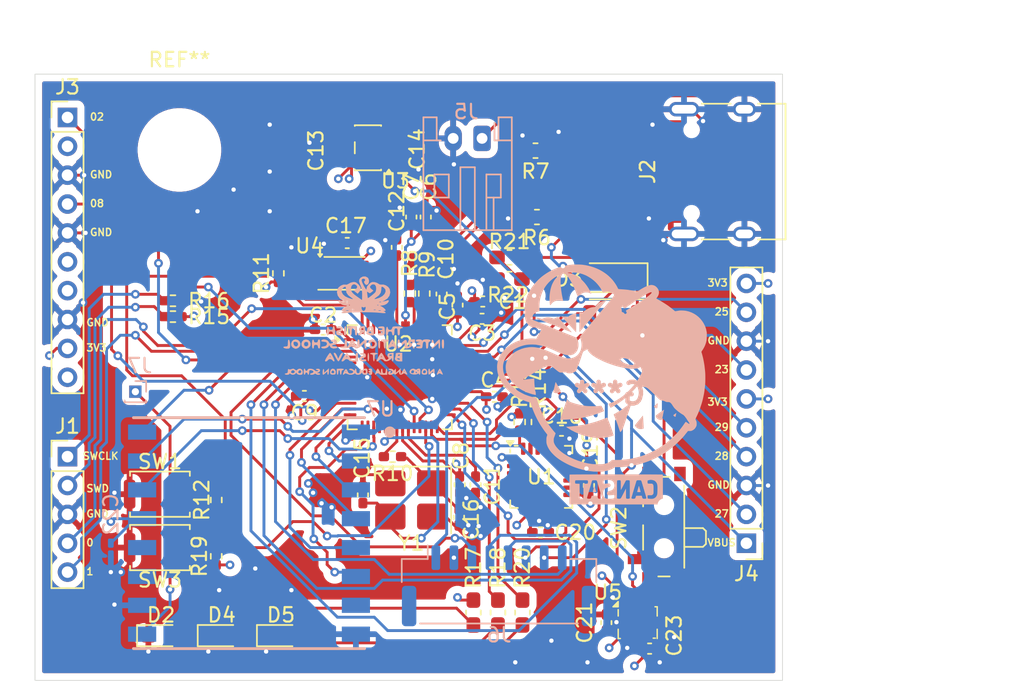
<source format=kicad_pcb>
(kicad_pcb (version 20241229) (generator "pcbnew") (generator_version "9.0")
  (layers (0 "F.Cu" signal) (4 "In1.Cu" signal) (6 "In2.Cu" signal) (2 "B.Cu" signal) (13 "F.Paste" user) (15 "B.Paste" user) (5 "F.SilkS" user "F.Silkscreen") (7 "B.SilkS" user "B.Silkscreen") (1 "F.Mask" user) (3 "B.Mask" user) (25 "Edge.Cuts" user))
  (net 0 "")
  (net 1 "GND")
  (net 2 "+3V3")
  (net 3 "+1V1")
  (net 4 "VBUS")
  (net 5 "xin")
  (net 6 "Net-(C16-Pad2)")
  (net 7 "Net-(U1-CPOUT)")
  (net 8 "Net-(D1-K)")
  (net 9 "bat+")
  (net 10 "Net-(D2-A)")
  (net 11 "Net-(D3-A)")
  (net 12 "Net-(D4-A)")
  (net 13 "Net-(D5-A)")
  (net 14 "SWD")
  (net 15 "GPIO1")
  (net 16 "SWCLK")
  (net 17 "GPIO0")
  (net 18 "Net-(J2-CC2)")
  (net 19 "Net-(J2-CC1)")
  (net 20 "usb_d+")
  (net 21 "usb_d-")
  (net 22 "GPIO17")
  (net 23 "GPIO21")
  (net 24 "GPIO2")
  (net 25 "GPIO3")
  (net 26 "GPIO16")
  (net 27 "GPIO19")
  (net 28 "GPIO8")
  (net 29 "GPIO25")
  (net 30 "GPIO28_ADC2")
  (net 31 "GPIO23")
  (net 32 "GPIO29_ADC3")
  (net 33 "GPIO27_ADC1")
  (net 34 "GPIO5")
  (net 35 "GPIO24")
  (net 36 "GPIO7")
  (net 37 "GPIO22")
  (net 38 "GPIO6")
  (net 39 "GPIO4")
  (net 40 "Net-(J7-Pin_1)")
  (net 41 "Net-(U2-USB_DP)")
  (net 42 "Net-(U2-USB_DM)")
  (net 43 "xout")
  (net 44 "QSPI_SS")
  (net 45 "Net-(R12-Pad1)")
  (net 46 "GPIO18")
  (net 47 "run")
  (net 48 "GPIO20")
  (net 49 "GPIO26_ADC0")
  (net 51 "FSYNC")
  (net 52 "AUX_CL")
  (net 59 "AUX_DA")
  (net 64 "REGOUT")
  (net 65 "QSPI_SD1")
  (net 66 "QSPI_SD2")
  (net 67 "GPIO10")
  (net 68 "QSPI_SD0")
  (net 69 "GPIO13")
  (net 70 "GPIO14")
  (net 71 "GPIO12")
  (net 72 "GPIO11")
  (net 73 "QSPI_SD3")
  (net 74 "GPIO9")
  (net 75 "GPIO15")
  (net 76 "QSPI_SCLK")
  (net 78 "DIO4")
  (net 79 "DIO3")
  (net 80 "DIO5")
  (footprint "Capacitor_SMD:C_0402_1005Metric_Pad0.74x0.62mm_HandSolder" (layer "F.Cu") (at 73.6175 84.2 180)
    (property "Reference" "C17")
    (property "Value" "0.1uF")
  )
  (footprint "Capacitor_SMD:C_0603_1608Metric_Pad1.08x0.95mm_HandSolder" (layer "F.Cu") (at 84.85 85.2)
    (property "Reference" "R21")
    (property "Value" "10k")
  )
  (footprint "MountingHole:MountingHole_5.3mm_M5" (layer "F.Cu") (at 62 77.75)
    (property "Reference" "REF**")
    (property "Value" "MountingHole_5.3mm_M5")
  )
  (footprint "Capacitor_SMD:C_0402_1005Metric_Pad0.74x0.62mm_HandSolder" (layer "F.Cu") (at 94.55 112.3 180)
    (property "Reference" "C23")
    (property "Value" "0.1uF")
  )
  (footprint "Resistor_SMD:R_0402_1005Metric_Pad0.72x0.64mm_HandSolder" (layer "F.Cu") (at 64.55 102.0025 -90)
    (property "Reference" "R12")
    (property "Value" "1k")
  )
  (footprint "Capacitor_SMD:C_0402_1005Metric_Pad0.74x0.62mm_HandSolder" (layer "F.Cu") (at 70.65 94.8 180)
    (property "Reference" "C9")
    (property "Value" "0.1uF")
  )
  (footprint "Package_SON:Winbond_USON-8-1EP_3x2mm_P0.5mm_EP0.2x1.6mm" (layer "F.Cu") (at 73.2175 86.3)
    (property "Reference" "U4")
    (property "Value" "W25Q128JVS")
  )
  (footprint "Capacitor_SMD:C_0603_1608Metric_Pad1.08x0.95mm_HandSolder" (layer "F.Cu") (at 84.85 86.7)
    (property "Reference" "R22")
    (property "Value" "22k")
  )
  (footprint "Connector_PinHeader_2.00mm:PinHeader_1x10_P2.00mm_Vertical" (layer "F.Cu") (at 101.25 105 180)
    (property "Reference" "J4")
    (property "Value" "Conn_01x10")
  )
  (footprint "Capacitor_SMD:C_0402_1005Metric_Pad0.74x0.62mm_HandSolder" (layer "F.Cu") (at 81.35 103.2 90)
    (property "Reference" "C16")
    (property "Value" "33pF")
  )
  (footprint "Package_LGA:Bosch_LGA-8_2x2.5mm_P0.65mm_ClockwisePinNumbering" (layer "F.Cu") (at 93.725 110.5)
    (property "Reference" "U5")
    (property "Value" "BMP280")
  )
  (footprint "Package_DFN_QFN:QFN-56-1EP_7x7mm_P0.4mm_EP3.2x3.2mm" (layer "F.Cu") (at 77.25 93.5)
    (property "Reference" "U2")
    (property "Value" "RP2040")
  )
  (footprint "Capacitor_SMD:C_0402_1005Metric_Pad0.74x0.62mm_HandSolder" (layer "F.Cu") (at 79.05 82.4 90)
    (property "Reference" "C6")
    (property "Value" "0.1uF")
  )
  (footprint "Capacitor_SMD:C_0402_1005Metric_Pad0.74x0.62mm_HandSolder" (layer "F.Cu") (at 81.25 88.5 90)
    (property "Reference" "C5")
    (property "Value" "0.1uF")
  )
  (footprint "Button_Switch_SMD:SW_Push_SPST_NO_Alps_SKRK" (layer "F.Cu") (at 60.65 101.6)
    (property "Reference" "SW1")
    (property "Value" "SW_Push")
  )
  (footprint "Capacitor_SMD:C_0402_1005Metric_Pad0.74x0.62mm_HandSolder" (layer "F.Cu") (at 77.05 84.5 90)
    (property "Reference" "C12")
    (property "Value" "0.1uF")
  )
  (footprint "Capacitor_SMD:C_0201_0603Metric_Pad0.64x0.40mm_HandSolder" (layer "F.Cu") (at 77.85 77.7 -90)
    (property "Reference" "C14")
    (property "Value" "10uF")
  )
  (footprint "CANSAT logo:BISB Logo" (layer "F.Cu") (at 116.5 81.25)
    (property "Reference" "G***" (hide yes))
    (property "Value" "LOGO" (hide yes))
  )
  (footprint "Capacitor_SMD:C_0402_1005Metric_Pad0.74x0.62mm_HandSolder" (layer "F.Cu") (at 91.55 110.5 90)
    (property "Reference" "C21")
    (property "Value" "0.1uF")
  )
  (footprint "Capacitor_SMD:C_0402_1005Metric_Pad0.74x0.62mm_HandSolder" (layer "F.Cu") (at 83.8 94.85)
    (property "Reference" "C4")
    (property "Value" "0.1uF" (hide yes))
  )
  (footprint "Package_TO_SOT_SMD:SOT-23-5" (layer "F.Cu") (at 75.05 77.6 180)
    (property "Reference" "U3")
    (property "Value" "AP2112K-3.3")
  )
  (footprint "Capacitor_SMD:C_0402_1005Metric_Pad0.74x0.62mm_HandSolder" (layer "F.Cu") (at 81.4 100.95 -90)
    (property "Reference" "C8")
    (property "Value" "0.1uF")
  )
  (footprint "Capacitor_SMD:C_0402_1005Metric_Pad0.74x0.62mm_HandSolder" (layer "F.Cu") (at 90.35 101 90)
    (property "Reference" "C19")
    (property "Value" "0.1uF")
  )
  (footprint "Capacitor_SMD:C_0402_1005Metric_Pad0.74x0.62mm_HandSolder" (layer "F.Cu") (at 74.7 101.65 -90)
    (property "Reference" "C15")
    (property "Value" "33pF")
  )
  (footprint "Resistor_SMD:R_0402_1005Metric_Pad0.72x0.64mm_HandSolder" (layer "F.Cu") (at 61.55 89.3 180)
    (property "Reference" "R15")
    (property "Value" "100k")
  )
  (footprint "Resistor_SMD:R_0402_1005Metric_Pad0.72x0.64mm_HandSolder" (layer "F.Cu") (at 76.75 99 180)
    (property "Reference" "R10")
    (property "Value" "1k")
  )
  (footprint "Capacitor_SMD:C_0402_1005Metric_Pad0.74x0.62mm_HandSolder" (layer "F.Cu") (at 88.45 97.2)
    (property "Reference" "C18")
    (property "Value" "2.2nF")
  )
  (footprint "Capacitor_SMD:C_0402_1005Metric_Pad0.74x0.62mm_HandSolder" (layer "F.Cu") (at 71.95 90.2 180)
    (property "Reference" "C2")
    (property "Value" "0.1uF")
  )
  (footprint "Capacitor_SMD:C_0603_1608Metric_Pad1.08x0.95mm_HandSolder" (layer "F.Cu") (at 84.05 109.8 90)
    (property "Reference" "R18")
    (property "Value" "330")
  )
  (footprint "Capacitor_SMD:C_0603_1608Metric_Pad1.08x0.95mm_HandSolder" (layer "F.Cu") (at 86.65 77.8 180)
    (property "Reference" "R7")
    (property "Value" "5.1k")
  )
  (footprint "Capacitor_SMD:C_0603_1608Metric_Pad1.08x0.95mm_HandSolder" (layer "F.Cu") (at 85.75 109.8 90)
    (property "Reference" "R20")
    (property "Value" "330")
  )
  (footprint "LED_SMD:LED_0603_1608Metric_Pad1.05x0.95mm_HandSolder" (layer "F.Cu") (at 60.725 111.4)
    (property "Reference" "D2")
    (property "Value" "LED")
  )
  (footprint "Capacitor_SMD:C_0402_1005Metric_Pad0.74x0.62mm_HandSolder" (layer "F.Cu") (at 80.15 87.7325 90)
    (property "Reference" "C10")
    (property "Value" "1uF")
  )
  (footprint "Resistor_SMD:R_0402_1005Metric_Pad0.72x0.64mm_HandSolder" (layer "F.Cu") (at 64.55 105.9025 90)
    (property "Reference" "R19")
    (property "Value" "10k")
  )
  (footprint "LED_SMD:LED_0603_1608Metric_Pad1.05x0.95mm_HandSolder" (layer "F.Cu") (at 69.025 111.4)
    (property "Reference" "D5")
    (property "Value" "LED")
  )
  (footprint "Resistor_SMD:R_0402_1005Metric_Pad0.72x0.64mm_HandSolder" (layer "F.Cu") (at 61.55 88.2)
    (property "Reference" "R16")
    (property "Value" "100k")
  )
  (footprint "Button_Switch_SMD:SW_SPDT_PCM12" (layer "F.Cu") (at 95.22 103.85 90)
    (property "Reference" "SW2")
    (property "Value" "SW_SPST")
  )
  (footprint "Capacitor_SMD:C_0402_1005Metric_Pad0.74x0.62mm_HandSolder" (layer "F.Cu") (at 83 88.25)
    (property "Reference" "C1")
    (property "Value" "1uF")
  )
  (footprint "Capacitor_SMD:C_0603_1608Metric_Pad1.08x0.95mm_HandSolder" (layer "F.Cu") (at 82.35 109.8 90)
    (property "Reference" "R17")
    (property "Value" "330")
  )
  (footprint "Sensor_Motion:InvenSense_QFN-24_4x4mm_P0.5mm" (layer "F.Cu") (at 87.05 100.4)
    (property "Reference" "U1")
    (property "Value" "MPU-6050")
  )
  (footprint "Resistor_SMD:R_0402_1005Metric_Pad0.72x0.64mm_HandSolder" (layer "F.Cu") (at 85.55 96.6 -90)
    (property "Reference" "R13")
    (property "Value" "2.7k")
  )
  (footprint "Crystal:Crystal_SMD_3225-4Pin_3.2x2.5mm_HandSoldering" (layer "F.Cu") (at 78.05 102 180)
    (property "Reference" "Y1")
    (property "Value" "12MHz")
  )
  (footprint "Connector_PinHeader_2.00mm:PinHeader_1x10_P2.00mm_Vertical" (layer "F.Cu") (at 54.25 75.5)
    (property "Reference" "J3")
    (property "Value" "Conn_01x10")
  )
  (footprint "Resistor_SMD:R_0402_1005Metric_Pad0.72x0.64mm_HandSolder" (layer "F.Cu") (at 77.95 87.7 -90)
    (property "Reference" "R8")
    (property "Value" "27")
  )
  (footprint "Capacitor_SMD:C_0402_1005Metric_Pad0.74x0.62mm_HandSolder" (layer "F.Cu") (at 82.5 100.95 -90)
    (property "Reference" "C11")
    (property "Value" "0.1uF")
  )
  (footprint "Resistor_SMD:R_0402_1005Metric_Pad0.72x0.64mm_HandSolder" (layer "F.Cu") (at 86.75 96.6 -90)
    (property "Reference" "R14")
    (property "Value" "2.7k")
  )
  (footprint "Capacitor_SMD:C_0603_1608Metric_Pad1.08x0.95mm_HandSolder" (layer "F.Cu") (at 86.75 82.4 180)
    (property "Reference" "R6")
    (property "Value" "5.1k")
  )
  (footprint "LED_SMD:LED_0603_1608Metric_Pad1.05x0.95mm_HandSolder" (layer "F.Cu") (at 64.925 111.4)
    (property "Reference" "D4")
    (property "Value" "LED")
  )
  (footprint "Connector_USB:USB_C_Receptacle_HRO_TYPE-C-31-M-12" (layer "F.Cu") (at 100.06 79.25 90)
    (property "Reference" "J2")
    (property "Value" "USB_C_Receptacle_USB2.0_14P")
  )
  (footprint "Resistor_SMD:R_0402_1005Metric_Pad0.72x0.64mm_HandSolder" (layer "F.Cu") (at 68.85 86.3 90)
    (property "Reference" "R11")
    (property "Value" "10k")
  )
  (footprint "CANSAT logo:BISB Logo" (layer "F.Cu") (at 92.5 82)
    (property "Reference" "G***" (hide yes))
    (property "Value" "LOGO" (hide yes))
  )
  (footprint "Capacitor_SMD:C_0402_1005Metric_Pad0.74x0.62mm_HandSolder" (layer "F.Cu") (at 87 104.25)
    (property "Reference" "C20")
    (property "Value" "0.1uF")
  )
  (footprint "Resistor_SMD:R_0402_1005Metric_Pad0.72x0.64mm_HandSolder" (layer "F.Cu") (at 78.95 87.7 -90)
    (property "Reference" "R9")
    (property "Value" "27")
  )
  (footprint "Capacitor_SMD:C_0402_1005Metric_Pad0.74x0.62mm_HandSolder" (layer "F.Cu") (at 82.95 89.45)
    (property "Reference" "C3")
    (property "Value" "0.1uF")
  )
  (footprint "Connector_PinHeader_2.00mm:PinHeader_1x05_P2.00mm_Vertical" (layer "F.Cu") (at 54.25 99)
    (property "Reference" "J1")
    (property "Value" "Debug")
  )
  (footprint "Capacitor_SMD:C_0402_1005Metric_Pad0.74x0.62mm_HandSolder" (layer "F.Cu") (at 78.05 82.4 90)
    (property "Reference" "C7")
    (property "Value" "0.1uF")
  )
  (footprint "Capacitor_SMD:C_0201_0603Metric_Pad0.64x0.40mm_HandSolder" (layer "F.Cu") (at 72.35 77.7 90)
    (property "Reference" "C13")
    (property "Value" "10uF")
  )
  (footprint "Diode_SMD:D_SOD-123" (layer "F.Cu") (at 92.05 86.6 180)
    (property "Reference" "D3")
    (property "Value" "B130-E3")
  )
  (footprint "Button_Switch_SMD:SW_Push_SPST_NO_Alps_SKRK" (layer "F.Cu") (at 60.65 105.3 180)
    (property "Reference" "SW3")
    (property "Value" "SW_Push")
  )
  (footprint "Diode_SMD:D_SOD-123" (layer "F.Cu") (at 92.05 89.1 180)
    (property "Reference" "D1" (hide yes))
    (property "Value" "B130-E3")
  )
  (footprint "Connector_PinHeader_1.00mm:PinHeader_1x01_P1.00mm_Vertical" (layer "B.Cu") (at 58.95 94.5 180)
    (property "Reference" "J7")
    (property "Value" "THT antenna mount point")
  )
  (footprint "Connector_JST:JST_PH_S2B-PH-K_1x02_P2.00mm_Horizontal" (layer "B.Cu") (at 82.95 76.95 180)
    (property "Reference" "J5")
    (property "Value" "battery jst")
  )
  (footprint "RFM95W-868S2:XCVR_RFM95W-868S2" (layer "B.Cu") (at 66.816727 104.3 180)
    (property "Reference" "U7")
    (property "Value" "RFM95W-868S2")
  )
  (footprint "CANSAT logo:BISB Logo" (layer "B.Cu") (at 74.75 90 180)
    (property "Reference" "G***" (hide yes))
    (property "Value" "LOGO" (hide yes))
  )
  (footprint "Connector_JST:JST_GH_BM08B-GHS-TBT_1x08-1MP_P1.25mm_Vertical" (layer "B.Cu") (at 84.125 107.95)
    (property "Reference" "J6")
    (property "Value" "Conn_01x08")
  )
  (footprint "CANSAT logo:hack club logo" (layer "B.Cu") (at 91.771479 94.639727 180)
    (property "Reference" "G***")
    (property "Value" "LOGO" (hide yes))
  )
  (footprint "Capacitor_SMD:C_0201_0603Metric_Pad0.64x0.40mm_HandSolder" (layer "B.Cu") (at 57.25 105.4 90)
    (property "Reference" "C22")
    (property "Value" "10uF")
  )
  (gr_rect (start 52 72.5) (end 103.75 114.5) (stroke (width 0.05)) (fill no) (layer "Edge.Cuts"))
  (gr_text "23" (at 99 93.25 0) (layer "F.SilkS") (effects (font (size 0.5 0.5) (thickness 0.1) (bold yes)) (justify left bottom)))
  (gr_text "3V3" (at 55.5 91.75 0) (layer "F.SilkS") (effects (font (size 0.5 0.5) (thickness 0.1) (bold yes)) (justify left bottom)))
  (gr_text "28" (at 99 99.25 0) (layer "F.SilkS") (effects (font (size 0.5 0.5) (thickness 0.1) (bold yes)) (justify left bottom)))
  (gr_text "SWCLK" (at 55.25 99.25 0) (layer "F.SilkS") (effects (font (size 0.5 0.5) (thickness 0.1) (bold yes)) (justify left bottom)))
  (gr_text "\n02" (at 55.75 75.75 0) (layer "F.SilkS") (effects (font (size 0.5 0.5) (thickness 0.1) (bold yes)) (justify left bottom)))
  (gr_text "3V3" (at 98.5 95.5 0) (layer "F.SilkS") (effects (font (size 0.5 0.5) (thickness 0.1) (bold yes)) (justify left bottom)))
  (gr_text "GND" (at 98.5 101.25 0) (layer "F.SilkS") (effects (font (size 0.5 0.5) (thickness 0.1) (bold yes)) (justify left bottom)))
  (gr_text "SWD" (at 55.5 101.5 0) (layer "F.SilkS") (effects (font (size 0.5 0.5) (thickness 0.1) (bold yes)) (justify left bottom)))
  (gr_text "GND" (at 98.5 91.25 0) (layer "F.SilkS") (effects (font (size 0.5 0.5) (thickness 0.1) (bold yes)) (justify left bottom)))
  (gr_text "3V3" (at 98.5 87.25 0) (layer "F.SilkS") (effects (font (size 0.5 0.5) (thickness 0.1) (bold yes)) (justify left bottom)))
  (gr_text "29" (at 99 97.25 0) (layer "F.SilkS") (effects (font (size 0.5 0.5) (thickness 0.1) (bold yes)) (justify left bottom)))
  (gr_text "GND" (at 55.5 90 0) (layer "F.SilkS") (effects (font (size 0.5 0.5) (thickness 0.1) (bold yes)) (justify left bottom)))
  (gr_text "GND" (at 55.75 79.75 0) (layer "F.SilkS") (effects (font (size 0.5 0.5) (thickness 0.1) (bold yes)) (justify left bottom)))
  (gr_text "25" (at 99 89.25 0) (layer "F.SilkS") (effects (font (size 0.5 0.5) (thickness 0.1) (bold yes)) (justify left bottom)))
  (gr_text "VBUS" (at 98.5 105.25 0) (layer "F.SilkS") (effects (font (size 0.5 0.5) (thickness 0.1) (bold yes)) (justify left bottom)))
  (gr_text "GND\n" (at 55.5 103.25 0) (layer "F.SilkS") (effects (font (size 0.5 0.5) (thickness 0.1) (bold yes)) (justify left bottom)))
  (gr_text "1\n" (at 55.5 107.25 0) (layer "F.SilkS") (effects (font (size 0.5 0.5) (thickness 0.1) (bold yes)) (justify left bottom)))
  (gr_text "27" (at 99 103.25 0) (layer "F.SilkS") (effects (font (size 0.5 0.5) (thickness 0.1) (bold yes)) (justify left bottom)))
  (gr_text "0\n" (at 55.5 105.25 0) (layer "F.SilkS") (effects (font (size 0.5 0.5) (thickness 0.1) (bold yes)) (justify left bottom)))
  (gr_text "08" (at 55.75 81.75 0) (layer "F.SilkS") (effects (font (size 0.5 0.5) (thickness 0.1) (bold yes)) (justify left bottom)))
  (gr_text "GND" (at 55.75 83.75 0) (layer "F.SilkS") (effects (font (size 0.5 0.5) (thickness 0.1) (bold yes)) (justify left bottom)))
  (segment (start 73.05 84.2) (end 72.05 84.2) (width 0.2) (layer "F.Cu") (net 1))
  (segment (start 91.718978 109.9325) (end 92.253978 110.4675) (width 0.2) (layer "F.Cu") (net 1))
  (segment (start 70.924265 100.856066) (end 70.924265 100.825735) (width 0.2) (layer "F.Cu") (net 1))
  (segment (start 76 100.25) (end 76.6 100.85) (width 0.2) (layer "F.Cu") (net 1))
  (segment (start 83.5175 89.45) (end 83.85147 89.45) (width 0.2) (layer "F.Cu") (net 1))
  (segment (start 79.5 103.15) (end 80.421313 103.15) (width 0.2) (layer "F.Cu") (net 1))
  (segment (start 70.924265 100.825735) (end 71.5 100.25) (width 0.2) (layer "F.Cu") (net 1))
  (segment (start 58.55 105.3) (end 58.55 106.391725) (width 0.2) (layer "F.Cu") (net 1))
  (segment (start 70 84.75) (end 69.75 84.5) (width 0.2) (layer "F.Cu") (net 1))
  (segment (start 82.75 102.4) (end 82.75 102) (width 0.2) (layer "F.Cu") (net 1))
  (segment (start 62.1475 88.2) (end 63.45 88.2) (width 0.2) (layer "F.Cu") (net 1))
  (segment (start 72.75 100.75) (end 72.75 100.25) (width 0.2) (layer "F.Cu") (net 1))
  (segment (start 85.8875 82.4) (end 84.85 82.4) (width 0.2) (layer "F.Cu") (net 1))
  (segment (start 97.43 74.93) (end 98.25 75.75) (width 0.2) (layer "F.Cu") (net 1))
  (segment (start 84.85 82.4) (end 84.75 82.5) (width 0.2) (layer "F.Cu") (net 1))
  (segment (start 87.5 104.1825) (end 87.5675 104.25) (width 0.2) (layer "F.Cu") (net 1))
  (segment (start 81.860489 101.869768) (end 81.752268 101.869768) (width 0.2) (layer "F.Cu") (net 1))
  (segment (start 79.05 81.8325) (end 79.68397 81.8325) (width 0.2) (layer "F.Cu") (net 1))
  (segment (start 89.0175 97.2) (end 89.0175 97.7325) (width 0.2) (layer "F.Cu") (net 1))
  (segment (start 81.76429 104.492977) (end 82.257023 104.492977) (width 0.2) (layer "F.Cu") (net 1))
  (segment (start 72.05 84.2) (end 72 84.25) (width 0.2) (layer "F.Cu") (net 1))
  (segment (start 89 99.15) (end 89 98.75) (width 0.2) (layer "F.Cu") (net 1))
  (segment (start 78.55 79.1) (end 78.55 78.8075) (width 0.2) (layer "F.Cu") (net 1))
  (segment (start 80.421313 103.15) (end 81.76429 104.492977) (width 0.2) (layer "F.Cu") (net 1))
  (segment (start 71.0425 77.2925) (end 71 77.25) (width 0.2) (layer "F.Cu") (net 1))
  (segment (start 89.0175 97.7325) (end 89 97.75) (width 0.2) (layer "F.Cu") (net 1))
  (segment (start 96.93 83.57) (end 95.93 83.57) (width 0.2) (layer "F.Cu") (net 1))
  (segment (start 54.25 89.5) (end 54.25 89.40147) (width 0.2) (layer "F.Cu") (net 1))
  (segment (start 94.7 111.3) (end 96.05 111.3) (width 0.2) (layer "F.Cu") (net 1))
  (segment (start 72.75 100.25) (end 76 100.25) (width 0.2) (layer "F.Cu") (net 1))
  (segment (start 87.5 103.75) (end 87.5 104.1825) (width 0.2) (layer "F.Cu") (net 1))
  (segment (start 77.85 78.1075) (end 77.65 77.9075) (width 0.2) (layer "F.Cu") (net 1))
  (segment (start 64.05 112.45) (end 64 112.5) (width 0.2) (layer "F.Cu") (net 1))
  (segment (start 93.4 111.3) (end 93.4 111.85) (width 0.2) (layer "F.Cu") (net 1))
  (segment (start 71.838014 102.232138) (end 71.838014 101.661986) (width 0.2) (layer "F.Cu") (net 1))
  (segment (start 71.3825 90.2) (end 71.3825 89.6325) (width 0.2) (layer "F.Cu") (net 1))
  (segment (start 54.25 83.5) (end 55.5 83.5) (width 0.2) (layer "F.Cu") (net 1))
  (segment (start 69.776419 95.106081) (end 69.776419 96.15074) (width 0.2) (layer "F.Cu") (net 1))
  (segment (start 84.3675 95.18397) (end 84.03227 95.5192) (width 0.2) (layer "F.Cu") (net 1))
  (segment (start 72.479149 87.05) (end 72.75 86.779149) (width 0.2) (layer "F.Cu") (net 1))
  (segment (start 85.7875 76.7875) (end 85.75 76.75) (width 0.2) (layer "F.Cu") (net 1))
  (segment (start 81.35 103.7675) (end 81.9825 103.7675) (width 0.2) (layer "F.Cu") (net 1))
  (segment (start 72.35 77.2925) (end 71.0425 77.2925) (width 0.2) (layer "F.Cu") (net 1))
  (segment (start 71.7925 87.05) (end 72.479149 87.05) (width 0.2) (layer "F.Cu") (net 1))
  (segment (start 73.1675 101.0825) (end 74.7 101.0825) (width 0.2) (layer "F.Cu") (net 1))
  (segment (start 54.25 79.5) (end 55.4 79.5) (width 0.2) (layer "F.Cu") (net 1))
  (segment (start 82.842977 104.492977) (end 82.85 104.5) (width 0.2) (layer "F.Cu") (net 1))
  (segment (start 82.5 101.75) (end 82.5 101.5175) (width 0.2) (layer "F.Cu") (net 1))
  (segment (start 82.85 103.950873) (end 82.712718 103.813591) (width 0.2) (layer "F.Cu") (net 1))
  (segment (start 82.85 104.5) (end 82.85 103.950873) (width 0.2) (layer "F.Cu") (net 1))
  (segment (start 86.8 102.35) (end 86.8 103.350078) (width 0.2) (layer "F.Cu") (net 1))
  (segment (start 96.015 82.5) (end 94.5 82.5) (width 0.2) (layer "F.Cu") (net 1))
  (segment (start 71.75 101) (end 71.25 101.5) (width 0.2) (layer "F.Cu") (net 1))
  (segment (start 85.7875 77.8) (end 85.7875 76.7875) (width 0.2) (layer "F.Cu") (net 1))
  (segment (start 77.5825 81.8325) (end 78.05 81.8325) (width 0.2) (layer "F.Cu") (net 1))
  (segment (start 81.25 87.9325) (end 81.25 87) (width 0.2) (layer "F.Cu") (net 1))
  (segment (start 93.4 111.85) (end 93 112.25) (width 0.2) (layer "F.Cu") (net 1))
  (segment (start 71.75 100.25) (end 72.75 100.25) (width 0.2) (layer "F.Cu") (net 1))
  (segment (start 95.1175 112.3) (end 95.1175 113.1175) (width 0.2) (layer "F.Cu") (net 1))
  (segment (start 58.55 101.6) (end 57.6 101.6) (width 0.2) (layer "F.Cu") (net 1))
  (segment (start 92.75 109.5) (end 92 108.75) (width 0.2) (layer "F.Cu") (net 1))
  (segment (start 83.9875 86.7) (end 83.05 86.7) (width 0.2) (layer "F.Cu") (net 1))
  (segment (start 81.76429 104.492977) (end 82.842977 104.492977) (width 0.2) (layer "F.Cu") (net 1))
  (segment (start 86.8 103.350078) (end 86.9 103.450078) (width 0.2) (layer "F.Cu") (net 1))
  (segment (start 71.75 100.25) (end 71.75 101) (width 0.2) (layer "F.Cu") (net 1))
  (segment (start 91.55 109.9325) (end 91.718978 109.9325) (width 0.2) (layer "F.Cu") (net 1))
  (segment (start 81.752268 101.869768) (end 81.4 101.5175) (width 0.2) (layer "F.Cu") (net 1))
  (segment (start 64.05 111.4) (end 64.05 112.45) (width 0.2) (layer "F.Cu") (net 1))
  (segment (start 71.5 100.25) (end 71.75 100.25) (width 0.2) (layer "F.Cu") (net 1))
  (segment (start 81.9825 103.7675) (end 82 103.75) (width 0.2) (layer "F.Cu") (net 1))
  (segment (start 72.75 86.779149) (end 72.75 85.25) (width 0.2) (layer "F.Cu") (net 1))
  (segment (start 80.95 78.7) (end 81 78.75) (width 0.2) (layer "F.Cu") (net 1))
  (segment (start 77.65 77.9075) (end 76.495 77.9075) (width 0.2) (layer "F.Cu") (net 1))
  (segment (start 95.93 83.57) (end 95.5 84) (width 0.2) (layer "F.Cu") (net 1))
  (segment (start 59.85 112.5) (end 59.85 111.4) (width 0.2) (layer "F.Cu") (net 1))
  (segment (start 63.45 88.2) (end 63.5 88.25) (width 0.2) (layer "F.Cu") (net 1))
  (segment (start 70.0825 94.8) (end 69.776419 95.106081) (width 0.2) (layer "F.Cu") (net 1))
  (segment (start 82.75 102) (end 82.5 101.75) (width 0.2) (layer "F.Cu") (net 1))
  (segment (start 72.5 102.471177) (end 72.5 101.75) (width 0.2) (layer "F.Cu") (net 1))
  (segment (start 76.25 96.9375) (end 76.25 95.7908) (width 0.2) (layer "F.Cu") (net 1))
  (segment (start 90.35 99.99853) (end 90.175735 99.824265) (width 0.2) (layer "F.Cu") (net 1))
  (segment (start 72.534853 102.50603) (end 72.5 102.471177) (width 0.2) (layer "F.Cu") (net 1))
  (segment (start 76.495 77.9075) (end 76.1875 77.6) (width 0.2) (layer "F.Cu") (net 1))
  (segment (start 80.95 76.95) (end 80.95 78.7) (width 0.2) (layer "F.Cu") (net 1))
  (segment (start 96.015 76) (end 94.75 76) (width 0.2) (layer "F.Cu") (net 1))
  (segment (start 80.15 86.85) (end 80.15 87.165) (width 0.2) (layer "F.Cu") (net 1))
  (segment (start 81 86) (end 80.15 86.85) (width 0.2) (layer "F.Cu") (net 1))
  (segment (start 71.3825 89.6325) (end 71.25 89.5) (width 0.2) (layer "F.Cu") (net 1))
  (segment (start 72.5 101.75) (end 73.1675 101.0825) (width 0.2) (layer "F.Cu") (net 1))
  (segment (start 92.75 109.7) (end 92.75 109.5) (width 0.2) (layer "F.Cu") (net 1))
  (segment (start 77.5 81.75) (end 77.5825 81.8325) (width 0.2) (layer "F.Cu") (net 1))
  (segment (start 68.15 112.35) (end 68 112.5) (width 0.2) (layer "F.Cu") (net 1))
  (segment (start 72.75 85.25) (end 72.25 84.75) (width 0.2) (layer "F.Cu") (net 1))
  (segment (start 76.25 95.7908) (end 76.3588 95.682) (width 0.2) (layer "F.Cu") (net 1))
  (segment (start 96.93 74.93) (end 97.43 74.93) (width 0.2) (layer "F.Cu") (net 1))
  (segment (start 95.1175 113.1175) (end 95.25 113.25) (width 0.2) (layer "F.Cu") (net 1))
  (segment (start 90.35 100.4325) (end 90.35 99.99853) (width 0.2) (layer "F.Cu") (net 1))
  (segment (start 83.85147 89.45) (end 84.275735 89.025735) (width 0.2) (layer "F.Cu") (net 1))
  (segment (start 58.55 106.391725) (end 57.941725 107) (width 0.2) (layer "F.Cu") (net 1))
  (segment (start 78.55 78.8075) (end 77.85 78.1075) (width 0.2) (layer "F.Cu") (net 1))
  (segment (start 84.3675 94.85) (end 84.3675 95.18397) (width 0.2) (layer "F.Cu") (net 1))
  (segment (start 72.25 84.75) (end 70 84.75) (width 0.2) (layer "F.Cu") (net 1))
  (segment (start 76.3175 83.9325) (end 76.25 84) (width 0.2) (layer "F.Cu") (net 1))
  (segment (start 83.05 86.7) (end 83 86.75) (width 0.2) (layer "F.Cu") (net 1))
  (segment (start 96.05 111.3) (end 96.25 111.5) (width 0.2) (layer "F.Cu") (net 1))
  (segment (start 57.6 101.6) (end 57.5 101.5) (width 0.2) (layer "F.Cu") (net 1))
  (segment (start 79.68397 81.8325) (end 79.800735 81.949265) (width 0.2) (layer "F.Cu") (net 1))
  (segment (start 84.25 88.25) (end 84.5 88) (width 0.2) (layer "F.Cu") (net 1))
  (segment (start 85.1 99.15) (end 84.425232 99.15) (width 0.2) (layer "F.Cu") (net 1))
  (segment (start 77.25 81.75) (end 77.5 81.75) (width 0.2) (layer "F.Cu") (net 1))
  (segment (start 54.25 89.40147) (end 55.325735 88.325735) (width 0.2) (layer "F.Cu") (net 1))
  (segment (start 82.85 102.5) (end 82.75 102.4) (width 0.2) (layer "F.Cu") (net 1))
  (segment (start 77.05 83.9325) (end 76.3175 83.9325) (width 0.2) (layer "F.Cu") (net 1))
  (segment (start 83.5675 88.25) (end 84.25 88.25) (width 0.2) (layer "F.Cu") (net 1))
  (segment (start 71.838014 101.661986) (end 72.75 100.75) (width 0.2) (layer "F.Cu") (net 1))
  (segment (start 68.15 111.4) (end 68.15 112.35) (width 0.2) (layer "F.Cu") (net 1))
  (segment (start 84.425232 99.15) (end 84.323395 99.048163) (width 0.2) (layer "F.Cu") (net 1))
  (via (at 55.325735 88.325735) (size 0.6) (drill 0.3) (layers "F.Cu" "B.Cu") (net 1))
  (via (at 71 77.25) (size 0.6) (drill 0.3) (layers "F.Cu" "B.Cu") (net 1))
  (via (at 69.75 84.5) (size 0.6) (drill 0.3) (layers "F.Cu" "B.Cu") (net 1))
  (via (at 79.5 91.25) (size 0.6) (drill 0.3) (layers "F.Cu" "B.Cu") (net 1))
  (via (at 63.25 82) (size 0.6) (drill 0.3) (layers "F.Cu" "B.Cu") (net 1))
  (via (at 71.25 101.5) (size 0.6) (drill 0.3) (layers "F.Cu" "B.Cu") (net 1))
  (via (at 75.05 91.25) (size 0.6) (drill 0.3) (layers "F.Cu" "B.Cu") (net 1))
  (via (at 86.9 103.450078) (size 0.6) (drill 0.3) (layers "F.Cu" "B.Cu") (net 1))
  (via (at 64.75 108.25) (size 0.6) (drill 0.3) (layers "F.Cu" "B.Cu") (net 1))
  (via (at 77.25 91.25) (size 0.6) (drill 0.3) (layers "F.Cu" "B.Cu") (net 1))
  (via (at 82.712718 103.813591) (size 0.6) (drill 0.3) (layers "F.Cu" "B.Cu") (net 1))
  (via (at 64 112.5) (size 0.6) (drill 0.3) (layers "F.Cu" "B.Cu") (net 1))
  (via (at 82 103.75) (size 0.6) (drill 0.3) (layers "F.Cu" "B.Cu") (net 1))
  (via (at 79.800735 81.949265) (size 0.6) (drill 0.3) (layers "F.Cu" "B.Cu") (net 1))
  (via (at 55.5 83.5) (size 0.6) (drill 0.3) (layers "F.Cu" "B.Cu") (net 1))
  (via (at 84.03227 95.5192) (size 0.6) (drill 0.3) (layers "F.Cu" "B.Cu") (net 1))
  (via (at 71.25 89.5) (size 0.6) (drill 0.3) (layers "F.Cu" "B.Cu") (net 1))
  (via (at 67.25 106.75) (size 0.6) (drill 0.3) (layers "F.Cu" "B.Cu") (net 1))
  (via (at 84.275735 89.025735) (size 0.6) (drill 0.3) (layers "F.Cu" "B.Cu") (net 1))
  (via (at 82.85 104.5) (size 0.6) (drill 0.3) (layers "F.Cu" "B.Cu") (net 1))
  (via (at 82.257023 104.492977) (size 0.6) (drill 0.3) (layers "F.Cu" "B.Cu") (net 1))
  (via (at 57.5 109.25) (size 0.6) (drill 0.3) (layers "F.Cu" "B.Cu") (net 1))
  (via (at 89 97.75) (size 0.6) (drill 0.3) (layers "F.Cu" "B.Cu") (net 1))
  (via (at 92 108.75) (size 0.6) (drill 0.3) (layers "F.Cu" "B.Cu") (net 1))
  (via (at 85.25 113.25) (size 0.6) (drill 0.3) (layers "F.Cu" "B.Cu") (net 1))
  (via (at 72.534853 102.50603) (size 0.6) (drill 0.3) (layers "F.Cu" "B.Cu") (net 1))
  (via (at 57.941725 107) (size 0.6) (drill 0.3) (layers "F.Cu" "B.Cu") (net 1))
  (via (at 71.838014 102.232138) (size 0.6) (drill 0.3) (layers "F.Cu" "B.Cu") (net 1))
  (via (at 57.5 101.5) (size 0.6) (drill 0.3) (layers "F.Cu" "B.Cu") (net 1))
  (via (at 82.85 102.5) (size 0.6) (drill 0.3) (layers "F.Cu" "B.Cu") (net 1))
  (via (at 81 106) (size 0.6) (drill 0.3) (layers "F.Cu" "B.Cu") (net 1))
  (via (at 98.25 75.75) (size 0.6) (drill 0.3) (layers "F.Cu" "B.Cu") (net 1))
  (via (at 78.25 91.25) (size 0.6) (drill 0.3) (layers "F.Cu" "B.Cu") (net 1))
  (via (at 75 93.5) (size 0.6) (drill 0.3) (layers "F.Cu" "B.Cu") (net 1))
  (via (at 89 98.75) (size 0.6) (drill 0.3) (layers "F.Cu" "B.Cu") (net 1))
  (via (at 77.25 81.75) (size 0.6) (drill 0.3) (layers "F.Cu" "B.Cu") (net 1))
  (via (at 94.75 76) (size 0.6) (drill 0.3) (layers "F.Cu" "B.Cu") (net 1))
  (via (at 90.175735 99.824265) (size 0.6) (drill 0.3) (layers "F.Cu" "B.Cu") (net 1))
  (via (at 63.5 88.25) (size 0.6) (drill 0.3) (layers "F.Cu" "B.Cu") (net 1))
  (via (at 96.25 111.5) (size 0.6) (drill 0.3) (layers "F.Cu" "B.Cu") (net 1))
  (via (at 84.75 82.5) (size 0.6) (drill 0.3) (layers "F.Cu" "B.Cu") (net 1))
  (via (at 83 86.75) (size 0.6) (drill 0.3) (layers "F.Cu" "B.Cu") (net 1))
  (via (at 79.5 92.25) (size 0.6) (drill 0.3) (layers "F.Cu" "B.Cu") (net 1))
  (via (at 85.75 76.75) (size 0.6) (drill 0.3) (layers "F.Cu" "B.Cu") (net 1))
  (via (at 69.75 108.25) (size 0.6) (drill 0.3) (layers "F.Cu" "B.Cu") (net 1))
  (via (at 81.860489 101.869768) (size 0.6) (drill 0.3) (layers "F.Cu" "B.Cu") (net 1))
  (via (at 70.924265 100.856066) (size 0.6) (drill 0.3) (layers "F.Cu" "B.Cu") (net 1))
  (via (at 57.25 107) (size 0.6) (drill 0.3) (layers "F.Cu" "B.Cu") (net 1))
  (via (at 68 112.5) (size 0.6) (drill 0.3) (layers "F.Cu" "B.Cu") (net 1))
  (via (at 84.5 88) (size 0.6) (drill 0.3) (layers "F.Cu" "B.Cu") (net 1))
  (via (at 81.25 87) (size 0.6) (drill 0.3) (layers "F.Cu" "B.Cu") (net 1))
  (via (at 102.75 101) (size 0.6) (drill 0.3) (layers "F.Cu" "B.Cu") (net 1))
  (via (at 90.25 113.25) (size 0.6) (drill 0.3) (layers "F.Cu" "B.Cu") (net 1))
  (via (at 68.25 76) (size 0.6) (drill 0.3) (layers "F.Cu" "B.Cu") (net 1))
  (via (at 81 78.75) (size 0.6) (drill 0.3) (layers "F.Cu" "B.Cu") (net 1))
  (via (at 69.776419 96.15074) (size 0.6) (drill 0.3) (layers "F.Cu" "B.Cu") (net 1))
  (via (at 87.5 103.75) (size 0.6) (drill 0.3) (layers "F.Cu" "B.Cu") (net 1))
  (via (at 55.4 79.5) (size 0.6) (drill 0.3) (layers "F.Cu" "B.Cu") (net 1))
  (via (at 79.5 95) (size 0.6) (drill 0.3) (layers "F.Cu" "B.Cu") (net 1))
  (via (at 76.25 84) (size 0.6) (drill 0.3) (layers "F.Cu" "B.Cu") (net 1))
  (via (at 93 112.25) (size 0.6) (drill 0.3) (layers "F.Cu" "B.Cu") (net 1))
  (via (at 87.75 111.75) (size 0.6) (drill 0.3) (layers "F.Cu" "B.Cu") (net 1))
  (via (at 59.85 112.5) (size 0.6) (drill 0.3) (layers "F.Cu" "B.Cu") (net 1))
  (via (at 92.253978 110.4675) (size 0.6) (drill 0.3) (layers "F.Cu" "B.Cu") (net 1))
  (via (at 68.25 79.25) (size 0.6) (drill 0.3) (layers "F.Cu" "B.Cu") (net 1))
  (via (at 88.25 76.5) (size 0.6) (drill 0.3) (layers "F.Cu" "B.Cu") (net 1))
  (via (at 78.55 79.1) (size 0.6) (drill 0.3) (layers "F.Cu" "B.Cu") (net 1))
  (via (at 65.75 80.5) (size 0.6) (drill 0.3) (layers "F.Cu" "B.Cu") (net 1))
  (via (at 73.5 97.874) (size 0.6) (drill 0.3) (layers "F.Cu" "B.Cu") (net 1))
  (via (at 68.25 82) (size 0.6) (drill 0.3) (layers "F.Cu" "B.Cu") (net 1))
  (via (at 72 84.25) (size 0.6) (drill 0.3) (layers "F.Cu" "B.Cu") (net 1))
  (via (at 102.75 91) (size 0.6) (drill 0.3) (layers "F.Cu" "B.Cu") (net 1))
  (via (at 94.5 82.5) (size 0.6) (drill 0.3) (layers "F.Cu" "B.Cu") (net 1))
  (via (at 77.3 95.75) (size 0.6) (drill 0.3) (layers "F.Cu" "B.Cu") (net 1))
  (via (at 79.55 93.35) (size 0.6) (drill 0.3) (layers "F.Cu" "B.Cu") (net 1))
  (via (at 95.25 113.25) (size 0.6) (drill 0.3) (layers "F.Cu" "B.Cu") (net 1))
  (via (at 95.5 84) (size 0.6) (drill 0.3) (layers "F.Cu" "B.Cu") (net 1))
  (via (at 84.323395 99.048163) (size 0.6) (drill 0.3) (layers "F.Cu" "B.Cu") (net 1))
  (via (at 81 86) (size 0.6) (drill 0.3) (layers "F.Cu" "B.Cu") (net 1))
  (via (at 76.3588 95.682) (size 0.6) (drill 0.3) (layers "F.Cu" "B.Cu") (net 1))
  (segment (start 59.416727 109.3) (end 57.55 109.3) (width 0.2) (layer "B.Cu") (net 1))
  (segment (start 57.25 105.8075) (end 57.25 107) (width 0.2) (layer "B.Cu") (net 1))
  (segment (start 74.216727 97.3) (end 74.7408 97.3) (width 0.2) (layer "B.Cu") (net 1))
  (segment (start 57.55 109.3) (end 57.5 109.25) (width 0.2) (layer "B.Cu") (net 1))
  (segment (start 73.75 97.874) (end 74.216727 97.407273) (width 0.2) (layer "B.Cu") (net 1))
  (segment (start 74.216727 97.407273) (end 74.216727 97.3) (width 0.2) (layer "B.Cu") (net 1))
  (segment (start 101.25 91) (end 102.75 91) (width 0.2) (layer "B.Cu") (net 1))
  (segment (start 101.25 101) (end 102.75 101) (width 0.2) (layer "B.Cu") (net 1))
  (segment (start 73.5 97.874) (end 73.75 97.874) (width 0.2) (layer "B.Cu") (net 1))
  (segment (start 72.25 94.5) (end 73.8125 94.5) (width 0.2) (layer "F.Cu") (net 2))
  (segment (start 80.255 90.0625) (end 81.25 89.0675) (width 0.2) (layer "F.Cu") (net 2))
  (segment (start 74.185 84.2) (end 74.185 85.0925) (width 0.2) (layer "F.Cu") (net 2))
  (segment (start 79.45 90.0625) (end 79.85 90.0625) (width 0.2) (layer "F.Cu") (net 2))
  (segment (start 73.1125 90.2) (end 73.8125 90.9) (width 0.2) (layer "F.Cu") (net 2))
  (segment (start 82.4325 87.6825) (end 82.25 87.5) (width 0.2) (layer "F.Cu") (net 2))
  (segment (start 85.358824 103.75) (end 85.35 103.75) (width 0.2) (layer "F.Cu") (net 2))
  (segment (start 93.9825 112.3) (end 93.9825 111.3675) (width 0.2) (layer "F.Cu") (net 2))
  (segment (start 82.4325 88.25) (end 82.4325 87.6825) (width 0.2) (layer "F.Cu") (net 2))
  (segment (start 89 101.65) (end 90.2675 101.65) (width 0.2) (layer "F.Cu") (net 2))
  (segment (start 77.65 89.8625) (end 77.85 90.0625) (width 0.2) (layer "F.Cu") (net 2))
  (segment (start 74.6425 85.55) (end 74.6425 85.3575) (width 0.2) (layer "F.Cu") (net 2))
  (segment (start 91.349943 107.25) (end 91.25 107.25) (width 0.2) (layer "F.Cu") (net 2))
  (segment (start 82.3825 89.45) (end 82.75 89.8175) (width 0.2) (layer "F.Cu") (net 2))
  (segment (start 86.3 104.1175) (end 86.4325 104.25) (width 0.2) (layer "F.Cu") (net 2))
  (segment (start 85.55 96.0025) (end 85.2475 96.0025) (width 0.2) (layer "F.Cu") (net 2))
  (segment (start 87.04897 96.0025) (end 87.32647 95.725) (width 0.2) (layer "F.Cu") (net 2))
  (segment (start 82.3825 89.45) (end 82.3825 89.8675) (width 0.2) (layer "F.Cu") (net 2))
  (segment (start 70.399 95.559095) (end 70.399 96.399) (width 0.2) (layer "F.Cu") (net 2))
  (segment (start 73.9125 78.55) (end 73.9125 79.5875) (width 0.2) (layer "F.Cu") (net 2))
  (segment (start 71.2175 94.8) (end 71.158095 94.8) (width 0.2) (layer "F.Cu") (net 2))
  (segment (start 85.2475 96.0025) (end 85 96.25) (width 0.2) (layer "F.Cu") (net 2))
  (segment (start 68.85 86.8975) (end 68.3525 86.8975) (width 0.2) (layer "F.Cu") (net 2))
  (segment (start 53 92) (end 53.5 91.5) (width 0.2) (layer "F.Cu") (net 2))
  (segment (start 86.3 102.808824) (end 85.358824 103.75) (width 0.2) (layer "F.Cu") (net 2))
  (segment (start 71.85 94.9) (end 72.25 94.5) (width 0.2) (layer "F.Cu") (net 2))
  (segment (start 82.4325 88.25) (end 82.0675 88.25) (width 0.2) (layer "F.Cu") (net 2))
  (segment (start 77.65 89.8625) (end 77.45 90.0625) (width 0.2) (layer "F.Cu") (net 2))
  (segment (start 70.399 96.399) (end 70.5 96.5) (width 0.2) (layer "F.Cu") (net 2))
  (segment (start 92.7 111.3) (end 91.75 112.25) (width 0.2) (layer "F.Cu") (net 2))
  (segment (start 72.5175 89.5175) (end 72.5 89.5) (width 0.2) (layer "F.Cu") (net 2))
  (segment (start 74.185 85.0925) (end 74.6425 85.55) (width 0.2) (layer "F.Cu") (net 2))
  (segment (start 94.05 111.3) (end 94.05 112.95) (width 0.2) (layer "F.Cu") (net 2))
  (segment (start 73.9125 78.8375) (end 73.9125 78.55) (width 0.2) (layer "F.Cu") (net 2))
  (segment (start 92.75 111.3) (end 92.7 111.3) (width 0.2) (layer "F.Cu") (net 2))
  (segment (start 80.6875 94.5) (end 82.8825 94.5) (width 0.2) (layer "F.Cu") (net 2))
  (segment (start 80.25 99.3) (end 78.85 99.3) (width 0.2) (layer "F.Cu") (net 2))
  (segment (start 82.75 89.8175) (end 82.75 90.2) (width 0.2) (layer "F.Cu") (net 2))
  (segment (start 71.158095 94.8) (end 70.399 95.559095) (width 0.2) (layer "F.Cu") (net 2))
  (segment (start 72.5175 90.2) (end 72.5175 89.5175) (width 0.2) (layer "F.Cu") (net 2))
  (segment (start 62.1475 89.3) (end 62.95 89.3) (width 0.2) (layer "F.Cu") (net 2))
  (segment (start 83.2325 95.71522) (end 83.25864 95.74136) (width 0.2) (layer "F.Cu") (net 2))
  (segment (start 74.6425 85.3575) (end 75.25 84.75) (width 0.2) (layer "F.Cu") (net 2))
  (segment (start 82.4325 88.25) (end 82.4325 89.4) (width 0.2) (layer "F.Cu") (net 2))
  (segment (start 94.05 112.95) (end 93.5 113.5) (width 0.2) (layer "F.Cu") (net 2))
  (segment (start 78.85 99.3) (end 77.45 97.9) (width 0.2) (layer "F.Cu") (net 2))
  (segment (start 79.05 82.9675) (end 79.05 83.1) (width 0.2) (layer "F.Cu") (net 2))
  (segment (start 72.7925 78.55) (end 72.35 78.1075) (width 0.2) (layer "F.Cu") (net 2))
  (segment (start 81.35 90.9) (end 80.6875 90.9) (width 0.2) (layer "F.Cu") (net 2))
  (segment (start 71.3175 94.9) (end 71.85 94.9) (width 0.2) (layer "F.Cu") (net 2))
  (segment (start 81.4375 108.9375) (end 81.25 108.75) (width 0.2) (layer "F.Cu") (net 2))
  (segment (start 72.5175 90.2) (end 73.1125 90.2) (width 0.2) (layer "F.Cu") (net 2))
  (segment (start 86.3 102.35) (end 86.3 104.1175) (width 0.2) (layer "F.Cu") (net 2))
  (segment (start 81.3325 100.3825) (end 80.25 99.3) (width 0.2) (layer "F.Cu") (net 2))
  (segment (start 82.35 108.9375) (end 81.4375 108.9375) (width 0.2) (layer "F.Cu") (net 2))
  (segment (start 86.75 96.0025) (end 87.04897 96.0025) (width 0.2) (layer "F.Cu") (net 2))
  (segment (start 89.848527 101.65) (end 90.45 102.251473) (width 0.2) (layer "F.Cu") (net 2))
  (segment (start 90.2675 101.65) (end 90.35 101.5675) (width 0.2) (layer "F.Cu") (net 2))
  (segment (start 82.0675 88.25) (end 81.25 89.0675) (width 0.2) (layer "F.Cu") (net 2))
  (segment (start 83.2325 94.85) (end 83.2325 95.71522) (width 0.2) (layer "F.Cu") (net 2))
  (segment (start 93.9825 111.3675) (end 94.05 111.3) (width 0.2) (layer "F.Cu") (net 2))
  (segment (start 64.55 106.5) (end 65.5 106.5) (width 0.2) (layer "F.Cu") (net 2))
  (segment (start 81.4 100.3825) (end 81.4 99.75) (width 0.2) (layer "F.Cu") (net 2))
  (segment (start 77.45 97.9) (end 77.45 96.9375) (width 0.2) (layer "F.Cu") (net 2))
  (segment (start 81.4 100.3825) (end 81.3325 100.3825) (width 0.2) (layer "F.Cu") (net 2))
  (segment (start 62.95 89.3) (end 63 89.25) (width 0.2) (layer "F.Cu") (net 2))
  (segment (start 73 79.75) (end 73.9125 78.8375) (width 0.2) (layer "F.Cu") (net 2))
  (segment (start 82.8825 94.5) (end 83.2325 94.85) (width 0.2) (layer "F.Cu") (net 2))
  (segment (start 92.5175 111.0675) (end 92.75 111.3) (width 0.2) (layer "F.Cu") (net 2))
  (segment (start 89 101.65) (end 89.848527 101.65) (width 0.2) (layer "F.Cu") (net 2))
  (segment (start 78.05 84.1) (end 78.05 82.9675) (width 0.2) (layer "F.Cu") (net 2))
  (segment (start 93.4 109.7) (end 93.4 109.300057) (width 0.2) (layer "F.Cu") (net 2))
  (segment (start 53.5 91.5) (end 54.25 91.5) (width 0.2) (layer "F.Cu") (net 2))
  (segment (start 82.3825 89.8675) (end 81.35 90.9) (width 0.2) (layer "F.Cu") (net 2))
  (segment (start 68.3525 86.8975) (end 68 87.25) (width 0.2) (layer "F.Cu") (net 2))
  (segment (start 82.4325 89.4) (end 82.3825 89.45) (width 0.2) (layer "F.Cu") (net 2))
  (segment (start 81.25 89.0675) (end 81.25 90) (width 0.2) (layer "F.Cu") (net 2))
  (segment (start 79.05 83.1) (end 78.05 84.1) (width 0.2) (layer "F.Cu") (net 2))
  (segment (start 82.75 90.2) (end 82.25 90.7) (width 0.2) (layer "F.Cu") (net 2))
  (segment (start 81.4 99.75) (end 81.15 99.5) (width 0.2) (layer "F.Cu") (net 2))
  (segment (start 91.55 111.0675) (end 92.5175 111.0675) (width 0.2) (layer "F.Cu") (net 2))
  (segment (start 73.9125 78.55) (end 72.7925 78.55) (width 0.2) (layer "F.Cu") (net 2))
  (segment (start 79.85 90.0625) (end 80.255 90.0625) (width 0.2) (layer "F.Cu") (net 2))
  (segment (start 86.3 102.35) (end 86.3 102.808824) (width 0.2) (layer "F.Cu") (net 2))
  (segment (start 93.4 109.300057) (end 91.349943 107.25) (width 0.2) (layer "F.Cu") (net 2))
  (segment (start 73.9125 79.5875) (end 73.75 79.75) (width 0.2) (layer "F.Cu") (net 2))
  (segment (start 77.65 89.2) (end 77.65 89.8625) (width 0.2) (layer "F.Cu") (net 2))
  (via (at 81.15 99.5) (size 0.6) (drill 0.3) (layers "F.Cu" "B.Cu") (net 2))
  (via (at 91.25 107.25) (size 0.6) (drill 0.3) (layers "F.Cu" "B.Cu") (net 2))
  (via (at 90.45 102.251473) (size 0.6) (drill 0.3) (layers "F.Cu" "B.Cu") (net 2))
  (via (at 65.5 106.5) (size 0.6) (drill 0.3) (layers "F.Cu" "B.Cu") (net 2))
  (via (at 73.75 79.75) (size 0.6) (drill 0.3) (layers "F.Cu" "B.Cu") (net 2))
  (via (at 63 89.25) (size 0.6) (drill 0.3) (layers "F.Cu" "B.Cu") (net 2))
  (via (at 81.25 108.75) (size 0.6) (drill 0.3) (layers "F.Cu" "B.Cu") (net 2))
  (via (at 68 87.25) (size 0.6) (drill 0.3) (layers "F.Cu" "B.Cu") (net 2))
  (via (at 85.35 103.75) (size 0.6) (drill 0.3) (layers "F.Cu" "B.Cu") (net 2))
  (via (at 73 79.75) (size 0.6) (drill 0.3) (layers "F.Cu" "B.Cu") (net 2))
  (via (at 78.05 84.1) (size 0.6) (drill 0.3) (layers "F.Cu" "B.Cu") (net 2))
  (via (at 85 96.25) (size 0.6) (drill 0.3) (layers "F.Cu" "B.Cu") (net 2))
  (via (at 57.25 103.5) (size 0.6) (drill 0.3) (layers "F.Cu" "B.Cu") (net 2))
  (via (at 82.25 90.7) (size 0.6) (drill 0.3) (layers "F.Cu" "B.Cu") (net 2))
  (via (at 70.5 96.5) (size 0.6) (drill 0.3) (layers "F.Cu" "B.Cu") (net 2))
  (via (at 87.32647 95.725) (size 0.6) (drill 0.3) (layers "F.Cu" "B.Cu") (net 2))
  (via (at 93.5 113.5) (size 0.6) (drill 0.3) (layers "F.Cu" "B.Cu") (net 2))
  (via (at 81.25 90) (size 0.6) (drill 0.3) (layers "F.Cu" "B.Cu") (net 2))
  (via (at 72.5 89.5) (size 0.6) (drill 0.3) (layers "F.Cu" "B.Cu") (net 2))
  (via (at 102.75 87) (size 0.6) (drill 0.3) (layers "F.Cu" "B.Cu") (net 2))
  (via (at 53 92) (size 0.6) (drill 0.3) (layers "F.Cu" "B.Cu") (net 2))
  (via (at 77.65 89.2) (size 0.6) (drill 0.3) (layers "F.Cu" "B.Cu") (net 2))
  (via (at 91.75 112.25) (size 0.6) (drill 0.3) (layers "F.Cu" "B.Cu") (net 2))
  (via (at 82.25 87.5) (size 0.6) (drill 0.3) (layers "F.Cu" "B.Cu") (net 2))
  (via (at 75.25 84.75) (size 0.6) (drill 0.3) (layers "F.Cu" "B.Cu") (net 2))
  (via (at 83.25864 95.74136) (size 0.6) (drill 0.3) (layers "F.Cu" "B.Cu") (net 2))
  (via (at 102.75 95) (size 0.6) (drill 0.3) (layers "F.Cu" "B.Cu") (net 2))
  (segment (start 57.45 103.3) (end 57.25 103.5) (width 0.2) (layer "B.Cu") (net 2))
  (segment (start 59.416727 103.3) (end 57.45 103.3) (width 0.2) (layer "B.Cu") (net 2))
  (segment (start 57.25 104.9925) (end 58.9425 103.3) (width 0.2) (layer "B.Cu") (net 2))
  (segment (start 101.25 95) (end 102.75 95) (width 0.2) (layer "B.Cu") (net 2))
  (segment (start 58.9425 103.3) (end 59.416727 103.3) (width 0.2) (layer "B.Cu") (net 2))
  (segment (start 101.25 87) (end 102.75 87) (width 0.2) (layer "B.Cu") (net 2))
  (segment (start 77.65 84.5) (end 78.05 84.1) (width 0.2) (layer "B.Cu") (net 2))
  (segment (start 77.65 89.2) (end 77.65 84.5) (width 0.2) (layer "B.Cu") (net 2))
  (segment (start 77.85 97.7) (end 79.05 98.9) (width 0.2) (layer "F.Cu") (net 3))
  (segment (start 77.85 96.9375) (end 77.85 97.7) (width 0.2) (layer "F.Cu") (net 3))
  (segment (start 77.05 85.0675) (end 77.05 90.0625) (width 0.2) (layer "F.Cu") (net 3))
  (segment (start 79.05 90.0625) (end 79.05 89.4) (width 0.2) (layer "F.Cu") (net 3))
  (segment (start 81.675 98.9) (end 82.5 99.725) (width 0.2) (layer "F.Cu") (net 3))
  (segment (start 82.5 99.725) (end 82.5 100.3825) (width 0.2) (layer "F.Cu") (net 3))
  (segment (start 79.05 98.9) (end 81.675 98.9) (width 0.2) (layer "F.Cu") (net 3))
  (segment (start 79.05 89.4) (end 80.15 88.3) (width 0.2) (layer "F.Cu") (net 3))
  (segment (start 76.1875 78.55) (end 76.25 78.55) (width 0.2) (layer "F.Cu") (net 4))
  (segment (start 86.55 90.35) (end 86.55 87.85) (width 0.2) (layer "F.Cu") (net 4))
  (segment (start 93.39 103.1) (end 93.79 103.1) (width 0.2) (layer "F.Cu") (net 4))
  (segment (start 77.2075 76.65) (end 77.85 77.2925) (width 0.2) (layer "F.Cu") (net 4))
  (segment (start 75.224 76.951001) (end 75.525001 76.65) (width 0.2) (layer "F.Cu") (net 4))
  (segment (start 76.1875 76.65) (end 77.2075 76.65) (width 0.2) (layer "F.Cu") (net 4))
  (segment (start 76.1875 78.55) (end 75.833032 78.55) (width 0.2) (layer "F.Cu") (net 4))
  (segment (start 75.833032 78.55) (end 75.224 77.940968) (width 0.2) (layer "F.Cu") (net 4))
  (segment (start 92.739 102.449) (end 93.39 103.1) (width 0.2) (layer "F.Cu") (net 4))
  (segment (start 75.224 77.940968) (end 75.224 76.951001) (width 0.2) (layer "F.Cu") (net 4))
  (segment (start 93.3 99.6) (end 92.739 100.161) (width 0.2) (layer "F.Cu") (net 4))
  (segment (start 75.525001 76.65) (end 76.1875 76.65) (width 0.2) (layer "F.Cu") (net 4))
  (segment (start 92.739 100.161) (end 92.739 102.449) (width 0.2) (layer "F.Cu") (net 4))
  (segment (start 76.25 78.55) (end 78.3 80.6) (width 0.2) (layer "F.Cu") (net 4))
  (via (at 86.55 87.85) (size 0.6) (drill 0.3) (layers "F.Cu" "B.Cu") (net 4))
  (via (at 86.55 90.35) (size 0.6) (drill 0.3) (layers "F.Cu" "B.Cu") (net 4))
  (via (at 78.3 80.6) (size 0.6) (drill 0.3) (layers "F.Cu" "B.Cu") (net 4))
  (via (at 93.3 99.6) (size 0.6) (drill 0.3) (layers "F.Cu" "B.Cu") (net 4))
  (segment (start 78.3 80.6) (end 79.3 80.6) (width 0.2) (layer "B.Cu") (net 4))
  (segment (start 101.25 105) (end 93.3 97.05) (width 0.2) (layer "B.Cu") (net 4))
  (segment (start 87.1171 90.35) (end 93.3 96.5329) (width 0.2) (layer "B.Cu") (net 4))
  (segment (start 93.3 97.05) (end 93.3 96.5329) (width 0.2) (layer "B.Cu") (net 4))
  (segment (start 93.3 97.5) (end 93.3 97.05) (width 0.2) (layer "B.Cu") (net 4))
  (segment (start 93.3 99.6) (end 93.3 97.5) (width 0.2) (layer "B.Cu") (net 4))
  (segment (start 79.3 80.6) (end 86.55 87.85) (width 0.2) (layer "B.Cu") (net 4))
  (segment (start 86.55 90.35) (end 87.1171 90.35) (width 0.2) (layer "B.Cu") (net 4))
  (segment (start 78.75 104.65) (end 78.65 104.75) (width 0.2) (layer "F.Cu") (net 5))
  (segment (start 74.7 102.2175) (end 75.6675 102.2175) (width 0.2) (layer "F.Cu") (net 5))
  (segment (start 76.65 96.9375) (end 76.65 97.50147) (width 0.2) (layer "F.Cu") (net 5))
  (segment (start 76.6 103.85) (end 76.6 103.15) (width 0.2) (layer "F.Cu") (net 5))
  (segment (start 76.65 97.50147) (end 76.200735 97.950735) (width 0.2) (layer "F.Cu") (net 5))
  (segment (start 78.75 104.65) (end 77.4 104.65) (width 0.2) (layer "F.Cu") (net 5))
  (segment (start 75.6675 102.2175) (end 76.6 103.15) (width 0.2) (layer "F.Cu") (net 5))
  (segment (start 77.4 104.65) (end 76.6 103.85) (width 0.2) (layer "F.Cu") (net 5))
  (via (at 78.75 104.65) (size 0.6) (drill 0.3) (layers "F.Cu" "B.Cu") (net 5))
  (via (at 76.200735 97.950735) (size 0.6) (drill 0.3) (layers "F.Cu" "B.Cu") (net 5))
  (segment (start 79.887397 98.038925) (end 79.887397 103.512603) (width 0.2) (layer "B.Cu") (net 5))
  (segment (start 76.464602 97.686868) (end 79.53534 97.686868) (width 0.2) (layer "B.Cu") (net 5))
  (segment (start 79.887397 103.512603) (end 78.75 104.65) (width 0.2) (layer "B.Cu") (net 5))
  (segment (start 79.53534 97.686868) (end 79.887397 98.038925) (width 0.2) (layer "B.Cu") (net 5))
  (segment (start 76.200735 97.950735) (end 76.464602 97.686868) (width 0.2) (layer "B.Cu") (net 5))
  (segment (start 79.5 100.85) (end 81.2825 102.6325) (width 0.2) (layer "F.Cu") (net 6))
  (segment (start 77.1475 99.1) (end 77.75 99.1) (width 0.2) (layer "F.Cu") (net 6))
  (segment (start 81.2825 102.6325) (end 81.35 102.6325) (width 0.2) (layer "F.Cu") (net 6))
  (segment (start 77.75 99.1) (end 79.5 100.85) (width 0.2) (layer "F.Cu") (net 6))
  (segment (start 87.8 97.2825) (end 87.8 98.45) (width 0.2) (layer "F.Cu") (net 7))
  (segment (start 87.8825 97.2) (end 87.8 97.2825) (width 0.2) (layer "F.Cu") (net 7))
  (segment (start 93.79 105.61) (end 93.79 106.1) (width 0.2) (layer "F.Cu") (net 8))
  (segment (start 95.55 100.6) (end 96.55 101.6) (width 0.2) (layer "F.Cu") (net 8))
  (segment (start 93.7 86.6) (end 93.7 89.1) (width 0.2) (layer "F.Cu") (net 8))
  (segment (start 96.55 102.85) (end 93.79 105.61) (width 0.2) (layer "F.Cu") (net 8))
  (segment (start 93.7 89.1) (end 95.55 90.95) (width 0.2) (layer "F.Cu") (net 8))
  (segment (start 95.55 90.95) (end 95.55 100.6) (width 0.2) (layer "F.Cu") (net 8))
  (segment (start 96.55 101.6) (end 96.55 102.85) (width 0.2) (layer "F.Cu") (net 8))
  (segment (start 92.85 86.65) (end 92.85 85.35) (width 0.2) (layer "F.Cu") (net 9))
  (segment (start 93 85.2) (end 85.7125 85.2) (width 0.2) (layer "F.Cu") (net 9))
  (segment (start 92.85 86.65) (end 90.4 89.1) (width 0.2) (layer "F.Cu") (net 9))
  (segment (start 82.95 76.95) (end 85.9 74) (width 0.2) (layer "F.Cu") (net 9))
  (segment (start 85.9 74) (end 98.25 74) (width 0.2) (layer "F.Cu") (net 9))
  (segment (start 86.425 92.225) (end 89.55 89.1) (width 0.2) (layer "F.Cu") (net 9))
  (segment (start 99 83.75) (end 97.55 85.2) (width 0.2) (layer "F.Cu") (net 9))
  (segment (start 98.25 74) (end 99 74.75) (width 0.2) (layer "F.Cu") (net 9))
  (segment (start 89.55 89.1) (end 90.4 89.1) (width 0.2) (layer "F.Cu") (net 9))
  (segment (start 92.85 85.35) (end 93 85.2) (width 0.2) (layer "F.Cu") (net 9))
  (segment (start 97.55 85.2) (end 93 85.2) (width 0.2) (layer "F.Cu") (net 9))
  (segment (start 99 74.75) (end 99 83.75) (width 0.2) (layer "F.Cu") (net 9))
  (via (at 86.425 92.225) (size 0.6) (drill 0.3) (layers "F.Cu" "B.Cu") (net 9))
  (segment (start 79.75 105.121427) (end 80.5 104.371427) (width 0.2) (layer "B.Cu") (net 9))
  (segment (start 83.75 94.9) (end 82.611962 94.9) (width 0.2) (layer "B.Cu") (net 9))
  (segment (start 79.75 106) (end 79.75 105.121427) (width 0.2) (layer "B.Cu") (net 9))
  (segment (start 82.611962 94.9) (end 80.5 97.011962) (width 0.2) (layer "B.Cu") (net 9))
  (segment (start 86.425 92.225) (end 83.75 94.9) (width 0.2) (layer "B.Cu") (net 9))
  (segment (start 80.5 104.371427) (end 80.5 97.011962) (width 0.2) (layer "B.Cu") (net 9))
  (segment (start 82.35 110.6625) (end 81.1875 109.5) (width 0.2) (layer "F.Cu") (net 10))
  (segment (start 81.1875 109.5) (end 63.5 109.5) (width 0.2) (layer "F.Cu") (net 10))
  (segment (start 63.5 109.5) (end 61.6 111.4) (width 0.2) (layer "F.Cu") (net 10))
  (segment (start 89.35 86.6) (end 90.4 86.6) (width 0.2) (layer "F.Cu") (net 11))
  (segment (start 97.442 77.298008) (end 96.943992 76.8) (width 0.2) (layer "F.Cu") (net 11))
  (segment (start 96.943992 76.8) (end 96.015 76.8) (width 0.2) (layer "F.Cu") (net 11))
  (segment (start 96.015 81.7) (end 96.792 81.7) (width 0.2) (layer "F.Cu") (net 11))
  (segment (start 97.442 81.05) (end 97.442 77.298008) (width 0.2) (layer "F.Cu") (net 11))
  (segment (start 88.55 85.8) (end 89.35 86.6) (width 0.2) (layer "F.Cu") (net 11))
  (segment (start 96.792 81.7) (end 97.442 81.05) (width 0.2) (layer "F.Cu") (net 11))
  (segment (start 90.55 81.7) (end 96.015 81.7) (width 0.2) (layer "F.Cu") (net 11))
  (segment (start 87.75 84.5) (end 90.55 81.7) (width 0.2) (layer "F.Cu") (net 11))
  (via (at 87.75 84.5) (size 0.6) (drill 0.3) (layers "F.Cu" "B.Cu") (net 11))
  (via (at 88.55 85.8) (size 0.6) (drill 0.3) (layers "F.Cu" "B.Cu") (net 11))
  (segment (start 87.75 84.5) (end 87.75 85.25) (width 0.2) (layer "B.Cu") (net 11))
  (segment (start 88.3 85.8) (end 88.55 85.8) (width 0.2) (layer "B.Cu") (net 11))
  (segment (start 87.75 85.25) (end 88.3 85.8) (width 0.2) (layer "B.Cu") (net 11))
  (segment (start 67 110.2) (end 65.8 111.4) (width 0.2) (layer "F.Cu") (net 12))
  (segment (start 82.8125 111.9) (end 72.75 111.9) (width 0.2) (layer "F.Cu") (net 12))
  (segment (start 72.75 111.9) (end 71.05 110.2) (width 0.2) (layer "F.Cu") (net 12))
  (segment (start 84.05 110.6625) (end 82.8125 111.9) (width 0.2) (layer "F.Cu") (net 12))
  (segment (start 71.05 110.2) (end 67 110.2) (width 0.2) (layer "F.Cu") (net 12))
  (segment (start 71 112.5) (end 69.9 111.4) (width 0.2) (layer "F.Cu") (net 13))
  (segment (start 83.9125 112.5) (end 71 112.5) (width 0.2) (layer "F.Cu") (net 13))
  (segment (start 85.75 110.6625) (end 83.9125 112.5) (width 0.2) (layer "F.Cu") (net 13))
  (segment (start 65.5 90.25) (end 61.9025 90.25) (width 0.2) (layer "F.Cu") (net 14))
  (segment (start 60.9525 89.3) (end 60.2535 88.601) (width 0.2) (layer "F.Cu") (net 14))
  (segment (start 58.996213 88.601) (end 58.95 88.647213) (width 0.2) (layer "F.Cu") (net 14))
  (segment (start 67 88.75) (end 65.5 90.25) (width 0.2) (layer "F.Cu") (net 14))
  (segment (start 78.65 96.9375) (end 78.65 96.355966) (width 0.2) (layer "F.Cu") (net 14))
  (segment (start 61.9025 90.25) (end 60.9525 89.3) (width 0.2) (layer "F.Cu") (net 14))
  (segment (start 60.2535 88.601) (end 58.996213 88.601) (width 0.2) (layer "F.Cu") (net 14))
  (segment (start 78.65 96.355966) (end 79.247017 95.758949) (width 0.2) (layer "F.Cu") (net 14))
  (via (at 67 88.75) (size 0.6) (drill 0.3) (layers "F.Cu" "B.Cu") (net 14))
  (via (at 79.247017 95.758949) (size 0.6) (drill 0.3) (layers "F.Cu" "B.Cu") (net 14))
  (via (at 58.95 88.647213) (size 0.6) (drill 0.3) (layers "F.Cu" "B.Cu") (net 14))
  (segment (start 73.5 88.75) (end 67 88.75) (width 0.2) (layer "B.Cu") (net 14))
  (segment (start 56.151 89.599) (end 56.151 97.6661) (width 0.2) (layer "B.Cu") (net 14))
  (segment (start 55.75 98.0671) (end 55.75 99.5) (width 0.2) (layer "B.Cu") (net 14))
  (segment (start 58.95 88.647213) (end 57.102787 88.647213) (width 0.2) (layer "B.Cu") (net 14))
  (segment (start 75.651 90.901) (end 75.651 92.162932) (width 0.2) (layer "B.Cu") (net 14))
  (segment (start 56.151 97.6661) (end 55.75 98.0671) (width 0.2) (layer "B.Cu") (net 14))
  (segment (start 75.651 90.901) (end 73.5 88.75) (width 0.2) (layer "B.Cu") (net 14))
  (segment (start 57.102787 88.647213) (end 56.151 89.599) (width 0.2) (layer "B.Cu") (net 14))
  (segment (start 55.75 99.5) (end 54.25 101) (width 0.2) (layer "B.Cu") (net 14))
  (segment (start 75.651 92.162932) (end 79.247017 95.758949) (width 0.2) (layer "B.Cu") (net 14))
  (segment (start 60.062941 91.7) (end 58.95 90.587059) (width 0.2) (layer "F.Cu") (net 15))
  (segment (start 73.8125 91.7) (end 61.75 91.7) (width 0.2) (layer "F.Cu") (net 15))
  (segment (start 61.75 91.7) (end 60.062941 91.7) (width 0.2) (layer "F.Cu") (net 15))
  (via (at 58.95 90.587059) (size 0.6) (drill 0.3) (layers "F.Cu" "B.Cu") (net 15))
  (segment (start 56.5 103.400057) (end 55.226 104.674057) (width 0.2) (layer "B.Cu") (net 15))
  (segment (start 55.226 106.024) (end 54.25 107) (width 0.2) (layer "B.Cu") (net 15))
  (segment (start 58.95 90.587059) (end 57.912941 90.587059) (width 0.2) (layer "B.Cu") (net 15))
  (segment (start 55.226 104.674057) (end 55.226 106.024) (width 0.2) (layer "B.Cu") (net 15))
  (segment (start 56.953 91.547) (end 56.953 97.9983) (width 0.2) (layer "B.Cu") (net 15))
  (segment (start 56.552 98.3993) (end 56.552 103.2651) (width 0.2) (layer "B.Cu") (net 15))
  (segment (start 56.552 103.2651) (end 56.5 103.3171) (width 0.2) (layer "B.Cu") (net 15))
  (segment (start 56.953 97.9983) (end 56.552 98.3993) (width 0.2) (layer "B.Cu") (net 15))
  (segment (start 56.5 103.3171) (end 56.5 103.400057) (width 0.2) (layer "B.Cu") (net 15))
  (segment (start 57.912941 90.587059) (end 56.953 91.547) (width 0.2) (layer "B.Cu") (net 15))
  (segment (start 78.245133 95.84519) (end 78.245133 96.120928) (width 0.2) (layer "F.Cu") (net 16))
  (segment (start 60.5025 87.75) (end 60.9525 88.2) (width 0.2) (layer "F.Cu") (net 16))
  (segment (start 61.9025 87.25) (end 60.9525 88.2) (width 0.2) (layer "F.Cu") (net 16))
  (segment (start 58.95 87.75) (end 60.5025 87.75) (width 0.2) (layer "F.Cu") (net 16))
  (segment (start 58.95 87.75) (end 58.95 87.8) (width 0.2) (layer "F.Cu") (net 16))
  (segment (start 78.25 96.125795) (end 78.25 96.9375) (width 0.2) (layer "F.Cu") (net 16))
  (segment (start 78.245133 96.120928) (end 78.25 96.125795) (width 0.2) (layer "F.Cu") (net 16))
  (segment (start 64 87.25) (end 61.9025 87.25) (width 0.2) (layer "F.Cu") (net 16))
  (via (at 58.95 87.75) (size 0.6) (drill 0.3) (layers "F.Cu" "B.Cu") (net 16))
  (via (at 78.245133 95.84519) (size 0.6) (drill 0.3) (layers "F.Cu" "B.Cu") (net 16))
  (via (at 64 87.25) (size 0.6) (drill 0.3) (layers "F.Cu" "B.Cu") (net 16))
  (segment (start 78.245133 95.84519) (end 72.500943 90.101) (width 0.2) (layer "B.Cu") (net 16))
  (segment (start 55.75 88.75) (end 55.75 97.5) (width 0.2) (layer "B.Cu") (net 16))
  (segment (start 56.75 87.75) (end 55.75 88.75) (width 0.2) (layer "B.Cu") (net 16))
  (segment (start 55.75 97.5) (end 54.25 99) (width 0.2) (layer "B.Cu") (net 16))
  (segment (start 72.500943 90.101) (end 66.851 90.101) (width 0.2) (layer "B.Cu") (net 16))
  (segment (start 58.95 87.75) (end 56.75 87.75) (width 0.2) (layer "B.Cu") (net 16))
  (segment (start 66.851 90.101) (end 64 87.25) (width 0.2) (layer "B.Cu") (net 16))
  (segment (start 59.502983 90.302986) (end 59.502983 90.008949) (width 0.2) (layer "F.Cu") (net 17))
  (segment (start 73.8125 91.3) (end 60.5 91.3) (width 0.2) (layer "F.Cu") (net 17))
  (segment (start 60.5 91.3) (end 60.499997 91.3) (width 0.2) (layer "F.Cu") (net 17))
  (segment (start 60.499997 91.3) (end 59.502983 90.302986) (width 0.2) (layer "F.Cu") (net 17))
  (via (at 59.502983 90.008949) (size 0.6) (drill 0.3) (layers "F.Cu" "B.Cu") (net 17))
  (segment (start 54.25 105) (end 56.151 103.099) (width 0.2) (layer "B.Cu") (net 17))
  (segment (start 56.552 97.8322) (end 56.151 98.2332) (width 0.2) (layer "B.Cu") (net 17))
  (segment (start 58.993034 89.499) (end 57.051057 89.499) (width 0.2) (layer "B.Cu") (net 17))
  (segment (start 59.502983 90.008949) (end 58.993034 89.499) (width 0.2) (layer "B.Cu") (net 17))
  (segment (start 56.151 103.099) (end 56.151 99.6661) (width 0.2) (layer "B.Cu") (net 17))
  (segment (start 56.151 98.2332) (end 56.151 99.6661) (width 0.2) (layer "B.Cu") (net 17))
  (segment (start 57.051057 89.499) (end 56.552 89.998057) (width 0.2) (layer "B.Cu") (net 17))
  (segment (start 56.552 89.998057) (end 56.552 97.8322) (width 0.2) (layer "B.Cu") (net 17))
  (segment (start 87.5125 77.8) (end 87.7625 78.05) (width 0.2) (layer "F.Cu") (net 18))
  (segment (start 90.415 77.5) (end 89.865 78.05) (width 0.2) (layer "F.Cu") (net 18))
  (segment (start 96.015 77.5) (end 90.415 77.5) (width 0.2) (layer "F.Cu") (net 18))
  (segment (start 87.7625 78.05) (end 89.865 78.05) (width 0.2) (layer "F.Cu") (net 18))
  (segment (start 87.6125 82.4) (end 89.5125 80.5) (width 0.2) (layer "F.Cu") (net 19))
  (segment (start 89.5125 80.5) (end 96.015 80.5) (width 0.2) (layer "F.Cu") (net 19))
  (segment (start 88.042134 78.576) (end 86.462614 78.576) (width 0.2) (layer "F.Cu") (net 20))
  (segment (start 88.093134 78.525) (end 88.042134 78.576) (width 0.2) (layer "F.Cu") (net 20))
  (segment (start 96.992 79.5) (end 97.041 79.451) (width 0.2) (layer "F.Cu") (net 20))
  (segment (start 86.462614 78.576) (end 78.329 86.709614) (width 0.2) (layer "F.Cu") (net 20))
  (segment (start 97.041 79.451) (end 97.041 78.549) (width 0.2) (layer "F.Cu") (net 20))
  (segment (start 78.329 86.7235) (end 77.95 87.1025) (width 0.2) (layer "F.Cu") (net 20))
  (segment (start 94.927499 78.5) (end 94.902499 78.525) (width 0.2) (layer "F.Cu") (net 20))
  (segment (start 96.992 78.5) (end 96.015 78.5) (width 0.2) (layer "F.Cu") (net 20))
  (segment (start 97.041 78.549) (end 96.992 78.5) (width 0.2) (layer "F.Cu") (net 20))
  (segment (start 96.015 79.5) (end 96.992 79.5) (width 0.2) (layer "F.Cu") (net 20))
  (segment (start 78.329 86.709614) (end 78.329 86.7235) (width 0.2) (layer "F.Cu") (net 20))
  (segment (start 96.015 78.5) (end 94.927499 78.5) (width 0.2) (layer "F.Cu") (net 20))
  (segment (start 94.902499 78.525) (end 88.093134 78.525) (width 0.2) (layer "F.Cu") (net 20))
  (segment (start 78.95 86.738897) (end 85.65125 80.037647) (width 0.2) (layer "F.Cu") (net 21))
  (segment (start 95.038 79) (end 94.989 79.049) (width 0.2) (layer "F.Cu") (net 21))
  (segment (start 86.414923 79.27397) (end 86.499778 79.189118) (width 0.2) (layer "F.Cu") (net 21))
  (segment (start 94.989 79.049) (end 94.989 79.989) (width 0.2) (layer "F.Cu") (net 21))
  (segment (start 86.499778 79.189118) (end 86.662917 79.02598) (width 0.2) (layer "F.Cu") (net 21))
  (segment (start 96.015 79) (end 95.038 79) (width 0.2) (layer "F.Cu") (net 21))
  (segment (start 86.4755 80.183075) (end 86.560352 80.098222) (width 0.2) (layer "F.Cu") (net 21))
  (segment (start 86.662917 79.02598) (end 87.918607 79.02598) (width 0.2) (layer "F.Cu") (net 21))
  (segment (start 95 80) (end 96.015 80) (width 0.2) (layer "F.Cu") (net 21))
  (segment (start 86.560352 79.75881) (end 86.414923 79.613381) (width 0.2) (layer "F.Cu") (net 21))
  (segment (start 88.228522 79.02598) (end 88.279502 78.975) (width 0.2) (layer "F.Cu") (net 21))
  (segment (start 78.95 87.1025) (end 78.95 86.738897) (width 0.2) (layer "F.Cu") (net 21))
  (segment (start 94.989 79.989) (end 95 80) (width 0.2) (layer "F.Cu") (net 21))
  (segment (start 85.990661 80.037647) (end 86.136089 80.183075) (width 0.2) (layer "F.Cu") (net 21))
  (segment (start 88.279502 78.975) (end 94.902499 78.975) (width 0.2) (layer "F.Cu") (net 21))
  (segment (start 94.927499 79) (end 96.015 79) (width 0.2) (layer "F.Cu") (net 21))
  (segment (start 87.918607 79.02598) (end 88.228522 79.02598) (width 0.2) (layer "F.Cu") (net 21))
  (segment (start 94.902499 78.975) (end 94.927499 79) (width 0.2) (layer "F.Cu") (net 21))
  (arc (start 85.65125 80.037647) (mid 85.820955 79.967353) (end 85.990661 80.037647) (width 0.2) (layer "F.Cu") (net 21))
  (arc (start 86.136089 80.183075) (mid 86.305795 80.253369) (end 86.4755 80.183075) (width 0.2) (layer "F.Cu") (net 21))
  (arc (start 86.414923 79.613381) (mid 86.344628 79.443676) (end 86.414923 79.27397) (width 0.2) (layer "F.Cu") (net 21))
  (arc (start 86.560352 80.098222) (mid 86.630647 79.928516) (end 86.560352 79.75881) (width 0.2) (layer "F.Cu") (net 21))
  (segment (start 88.175 95.725) (end 87.45 95) (width 0.2) (layer "F.Cu") (net 22))
  (segment (start 86.75 97.1975) (end 86.3 97.6475) (width 0.2) (layer "F.Cu") (net 22))
  (segment (start 83.95 96.95) (end 83.5 97.4) (width 0.2) (layer "F.Cu") (net 22))
  (segment (start 89.8 96.35) (end 88.8 96.35) (width 0.2) (layer "F.Cu") (net 22))
  (segment (start 83.5 97.4) (end 80.3125 97.4) (width 0.2) (layer "F.Cu") (net 22))
  (segment (start 86.3 97.6475) (end 86.3 98.45) (width 0.2) (layer "F.Cu") (net 22))
  (segment (start 92.3 107.6) (end 94.05 109.35) (width 0.2) (layer "F.Cu") (net 22))
  (segment (start 89.8 96.35) (end 92.3 98.85) (width 0.2) (layer "F.Cu") (net 22))
  (segment (start 94.05 109.35) (end 94.05 109.7) (width 0.2) (layer "F.Cu") (net 22))
  (segment (start 87.45 95) (end 85.4 95) (width 0.2) (layer "F.Cu") (net 22))
  (segment (start 86.75 97.1975) (end 86.75 97.15) (width 0.2) (layer "F.Cu") (net 22))
  (segment (start 80.3125 97.4) (end 79.85 96.9375) (width 0.2) (layer "F.Cu") (net 22))
  (segment (start 83.95 96.45) (end 83.95 96.95) (width 0.2) (layer "F.Cu") (net 22))
  (segment (start 92.3 98.85) (end 92.3 107.6) (width 0.2) (layer "F.Cu") (net 22))
  (segment (start 88.8 96.35) (end 88.175 95.725) (width 0.2) (layer "F.Cu") (net 22))
  (segment (start 83.95 96.45) (end 85.4 95) (width 0.2) (layer "F.Cu") (net 22))
  (segment (start 86.75 97.15) (end 88.175 95.725) (width 0.2) (layer "F.Cu") (net 22))
  (segment (start 65.25 92.1) (end 65.05 92.3) (width 0.2) (layer "F.Cu") (net 24))
  (segment (start 60.55 84.8) (end 60.55 85.6) (width 0.2) (layer "F.Cu") (net 24))
  (segment (start 56 77.25) (end 56 80.25) (width 0.2) (layer "F.Cu") (net 24))
  (segment (start 65.05 92.3) (end 62.45 92.3) (width 0.2) (layer "F.Cu") (net 24))
  (segment (start 73.8125 92.1) (end 65.25 92.1) (width 0.2) (layer "F.Cu") (net 24))
  (segment (start 56 80.25) (end 60.55 84.8) (width 0.2) (layer "F.Cu") (net 24))
  (segment (start 54.25 75.5) (end 56 77.25) (width 0.2) (layer "F.Cu") (net 24))
  (via (at 60.55 85.6) (size 0.6) (drill 0.3) (layers "F.Cu" "B.Cu") (net 24))
  (via (at 62.45 92.3) (size 0.6) (drill 0.3) (layers "F.Cu" "B.Cu") (net 24))
  (segment (start 60.55 90.4) (end 62.45 92.3) (width 0.2) (layer "B.Cu") (net 24))
  (segment (start 60.55 85.6) (end 60.55 90.4) (width 0.2) (layer "B.Cu") (net 24))
  (segment (start 64.05 94.4) (end 65.95 92.5) (width 0.2) (layer "F.Cu") (net 25))
  (segment (start 65.95 92.5) (end 73.8125 92.5) (width 0.2) (layer "F.Cu") (net 25))
  (via (at 64.05 94.4) (size 0.6) (drill 0.3) (layers "F.Cu" "B.Cu") (net 25))
  (segment (start 64.05 94.4) (end 62.316727 94.4) (width 0.2) (layer "B.Cu") (net 25))
  (segment (start 59.35 97.3) (end 59.416727 97.3) (width 0.2) (layer "B.Cu") (net 25))
  (segment (start 62.316727 94.4) (end 59.416727 97.3) (width 0.2) (layer "B.Cu") (net 25))
  (segment (start 84.45 97.1975) (end 85.55 97.1975) (width 0.2) (layer "F.Cu") (net 26))
  (segment (start 85.55 97.1975) (end 85.55 98.2) (width 0.2) (layer "F.Cu") (net 26))
  (segment (start 83.9 98.25) (end 81.9 98.25) (width 0.2) (layer "F.Cu") (net 26))
  (segment (start 94.7 109.7) (end 94.7 109.25) (width 0.2) (layer "F.Cu") (net 26))
  (segment (start 83.8475 97.8) (end 84.45 97.1975) (width 0.2) (layer "F.Cu") (net 26))
  (segment (start 81.45 97.8) (end 79.75 97.8) (width 0.2) (layer "F.Cu") (net 26))
  (segment (start 79.75 97.8) (end 79.45 97.5) (width 0.2) (layer "F.Cu") (net 26))
  (segment (start 85.55 98.2) (end 85.8 98.45) (width 0.2) (layer "F.Cu") (net 26))
  (segment (start 83.8475 97.8) (end 81.45 97.8) (width 0.2) (layer "F.Cu") (net 26))
  (segment (start 93.370135 107.920135) (end 93.370135 107.297288) (width 0.2) (layer "F.Cu") (net 26))
  (segment (start 79.45 97.5) (end 79.45 96.9375) (width 0.2) (layer "F.Cu") (net 26))
  (segment (start 81.9 98.25) (end 81.45 97.8) (width 0.2) (layer "F.Cu") (net 26))
  (segment (start 94.7 109.25) (end 93.370135 107.920135) (width 0.2) (layer "F.Cu") (net 26))
  (via (at 83.9 98.25) (size 0.6) (drill 0.3) (layers "F.Cu" "B.Cu") (net 26))
  (via (at 93.370135 107.297288) (size 0.6) (drill 0.3) (layers "F.Cu" "B.Cu") (net 26))
  (segment (start 93.370135 106.020135) (end 93.370135 107.297288) (width 0.2) (layer "B.Cu") (net 26))
  (segment (start 85.6 98.25) (end 93.370135 106.020135) (width 0.2) (layer "B.Cu") (net 26))
  (segment (start 83.9 98.25) (end 85.6 98.25) (width 0.2) (layer "B.Cu") (net 26))
  (segment (start 81.4 95.7) (end 80.6875 95.7) (width 0.2) (layer "F.Cu") (net 27))
  (segment (start 84.05 108.9375) (end 83.45 108.3375) (width 0.2) (layer "F.Cu") (net 27))
  (segment (start 83.45 108.3375) (end 83.45 100.424697) (width 0.2) (layer "F.Cu") (net 27))
  (segment (start 82.355158 96.655158) (end 81.4 95.7) (width 0.2) (layer "F.Cu") (net 27))
  (segment (start 82.355158 96.696312) (end 82.355158 96.655158) (width 0.2) (layer "F.Cu") (net 27))
  (via (at 83.45 100.424697) (size 0.6) (drill 0.3) (layers "F.Cu" "B.Cu") (net 27))
  (via (at 82.355158 96.696312) (size 0.6) (drill 0.3) (layers "F.Cu" "B.Cu") (net 27))
  (segment (start 82.355158 96.696312) (end 82.35 96.70147) (width 0.2) (layer "B.Cu") (net 27))
  (segment (start 82.35 96.70147) (end 82.35 99.324697) (width 0.2) (layer "B.Cu") (net 27))
  (segment (start 82.35 99.324697) (end 83.45 100.424697) (width 0.2) (layer "B.Cu") (net 27))
  (segment (start 71 95.808038) (end 71.541962 95.808038) (width 0.2) (layer "F.Cu") (net 28))
  (segment (start 57.3 91.57672) (end 57.3 83.25) (width 0.2) (layer "F.Cu") (net 28))
  (segment (start 54.25 81.5) (end 55.55 81.5) (width 0.2) (layer "F.Cu") (net 28))
  (segment (start 55.55 81.5) (end 57.3 83.25) (width 0.2) (layer "F.Cu") (net 28))
  (segment (start 71.541962 95.808038) (end 72.45 94.9) (width 0.2) (layer "F.Cu") (net 28))
  (segment (start 72.45 94.9) (end 73.8125 94.9) (width 0.2) (layer "F.Cu") (net 28))
  (segment (start 57.73664 92.01336) (end 57.3 91.57672) (width 0.2) (layer "F.Cu") (net 28))
  (via (at 57.73664 92.01336) (size 0.6) (drill 0.3) (layers "F.Cu" "B.Cu") (net 28))
  (via (at 71 95.808038) (size 0.6) (drill 0.3) (layers "F.Cu" "B.Cu") (net 28))
  (segment (start 68.274 93.774) (end 70.058038 95.558038) (width 0.2) (layer "B.Cu") (net 28))
  (segment (start 59.49728 93.774) (end 68.274 93.774) (width 0.2) (layer "B.Cu") (net 28))
  (segment (start 70.75 95.558038) (end 71 95.808038) (width 0.2) (layer "B.Cu") (net 28))
  (segment (start 57.73664 92.01336) (end 59.49728 93.774) (width 0.2) (layer "B.Cu") (net 28))
  (segment (start 70.058038 95.558038) (end 70.75 95.558038) (width 0.2) (layer "B.Cu") (net 28))
  (segment (start 84.90147 92.9) (end 80.6875 92.9) (width 0.2) (layer "F.Cu") (net 29))
  (segment (start 89.8 88.1) (end 89.70147 88.1) (width 0.2) (layer "F.Cu") (net 29))
  (segment (start 89.70147 88.1) (end 84.90147 92.9) (width 0.2) (layer "F.Cu") (net 29))
  (via (at 89.8 88.1) (size 0.6) (drill 0.3) (layers "F.Cu" "B.Cu") (net 29))
  (segment (start 101.25 89) (end 100.35 88.1) (width 0.2) (layer "B.Cu") (net 29))
  (segment (start 100.35 88.1) (end 95.75 88.1) (width 0.2) (layer "B.Cu") (net 29))
  (segment (start 89.8 88.1) (end 95.75 88.1) (width 0.2) (layer "B.Cu") (net 29))
  (segment (start 80.6875 91.7) (end 83.35147 91.7) (width 0.2) (layer "F.Cu") (net 30))
  (segment (start 83.35147 91.7) (end 84.500735 90.550735) (width 0.2) (layer "F.Cu") (net 30))
  (via (at 84.500735 90.550735) (size 0.6) (drill 0.3) (layers "F.Cu" "B.Cu") (net 30))
  (segment (start 101.25 99) (end 95.85 93.6) (width 0.2) (layer "B.Cu") (net 30))
  (segment (start 89.86506 89.199) (end 94.26606 93.6) (width 0.2) (layer "B.Cu") (net 30))
  (segment (start 85.85247 89.199) (end 89.86506 89.199) (width 0.2) (layer "B.Cu") (net 30))
  (segment (start 84.500735 90.550735) (end 85.85247 89.199) (width 0.2) (layer "B.Cu") (net 30))
  (segment (start 94.26606 93.6) (end 95.85 93.6) (width 0.2) (layer "B.Cu") (net 30))
  (segment (start 86.6809 93.7) (end 89.7809 90.6) (width 0.2) (layer "F.Cu") (net 31))
  (segment (start 80.6875 93.7) (end 86.6809 93.7) (width 0.2) (layer "F.Cu") (net 31))
  (segment (start 89.7809 90.6) (end 94.05 90.6) (width 0.2) (layer "F.Cu") (net 31))
  (via (at 94.05 90.6) (size 0.6) (drill 0.3) (layers "F.Cu" "B.Cu") (net 31))
  (segment (start 98.85 90.6) (end 96.75 90.6) (width 0.2) (layer "B.Cu") (net 31))
  (segment (start 101.25 93) (end 98.85 90.6) (width 0.2) (layer "B.Cu") (net 31))
  (segment (start 96.75 90.6) (end 94.05 90.6) (width 0.2) (layer "B.Cu") (net 31))
  (segment (start 80.6875 91.3) (end 82.85 91.3) (width 0.2) (layer "F.Cu") (net 32))
  (segment (start 82.85 91.3) (end 83.05 91.1) (width 0.2) (layer "F.Cu") (net 32))
  (via (at 83.05 91.1) (size 0.6) (drill 0.3) (layers "F.Cu" "B.Cu") (net 32))
  (segment (start 93.83316 92.6) (end 96.85 92.6) (width 0.2) (layer "B.Cu") (net 32))
  (segment (start 85.352 88.798) (end 90.03116 88.798) (width 0.2) (layer "B.Cu") (net 32))
  (segment (start 90.03116 88.798) (end 93.83316 92.6) (width 0.2) (layer "B.Cu") (net 32))
  (segment (start 83.05 91.1) (end 85.352 88.798) (width 0.2) (layer "B.Cu") (net 32))
  (segment (start 101.25 97) (end 96.85 92.6) (width 0.2) (layer "B.Cu") (net 32))
  (segment (start 80.6875 92.1) (end 83.8 92.1) (width 0.2) (layer "F.Cu") (net 33))
  (segment (start 83.8 92.1) (end 84.3 91.6) (width 0.2) (layer "F.Cu") (net 33))
  (via (at 84.3 91.6) (size 0.6) (drill 0.3) (layers "F.Cu" "B.Cu") (net 33))
  (segment (start 94.79948 96.54948) (end 94.79948 94.70052) (width 0.2) (layer "B.Cu") (net 33))
  (segment (start 86.3 89.6) (end 84.3 91.6) (width 0.2) (layer "B.Cu") (net 33))
  (segment (start 94.79948 94.70052) (end 89.69896 89.6) (width 0.2) (layer "B.Cu") (net 33))
  (segment (start 89.69896 89.6) (end 86.3 89.6) (width 0.2) (layer "B.Cu") (net 33))
  (segment (start 101.25 103) (end 94.79948 96.54948) (width 0.2) (layer "B.Cu") (net 33))
  (segment (start 66.95 95.4) (end 69.05 93.3) (width 0.2) (layer "F.Cu") (net 34))
  (segment (start 69.05 93.3) (end 73.8125 93.3) (width 0.2) (layer "F.Cu") (net 34))
  (via (at 66.95 95.4) (size 0.6) (drill 0.3) (layers "F.Cu" "B.Cu") (net 34))
  (segment (start 83.5 105.150001) (end 84.202001 104.448) (width 0.2) (layer "B.Cu") (net 34))
  (segment (start 72.940727 110.126) (end 66.95 104.135273) (width 0.2) (layer "B.Cu") (net 34))
  (segment (start 89.502 104.942932) (end 89.502 107.057068) (width 0.2) (layer "B.Cu") (net 34))
  (segment (start 76.417727 111.051) (end 75.492727 110.126) (width 0.2) (layer "B.Cu") (net 34))
  (segment (start 83.5 106) (end 83.5 105.150001) (width 0.2) (layer "B.Cu") (net 34))
  (segment (start 89.502 107.057068) (end 85.508068 111.051) (width 0.2) (layer "B.Cu") (net 34))
  (segment (start 85.508068 111.051) (end 76.417727 111.051) (width 0.2) (layer "B.Cu") (net 34))
  (segment (start 89.007068 104.448) (end 89.502 104.942932) (width 0.2) (layer "B.Cu") (net 34))
  (segment (start 66.95 104.135273) (end 66.95 95.4) (width 0.2) (layer "B.Cu") (net 34))
  (segment (start 75.492727 110.126) (end 72.940727 110.126) (width 0.2) (layer "B.Cu") (net 34))
  (segment (start 84.202001 104.448) (end 89.007068 104.448) (width 0.2) (layer "B.Cu") (net 34))
  (segment (start 91.55 103.7) (end 89.25 106) (width 0.2) (layer "F.Cu") (net 35))
  (segment (start 86.19853 93.3) (end 87.349265 92.149265) (width 0.2) (layer "F.Cu") (net 35))
  (segment (start 91.55 103.35) (end 91.55 103.7) (width 0.2) (layer "F.Cu") (net 35))
  (segment (start 89.25 106) (end 87.25 106) (width 0.2) (layer "F.Cu") (net 35))
  (segment (start 86.19853 93.3) (end 80.6875 93.3) (width 0.2) (layer "F.Cu") (net 35))
  (via (at 87.25 106) (size 0.6) (drill 0.3) (layers "F.Cu" "B.Cu") (net 35))
  (via (at 87.349265 92.149265) (size 0.6) (drill 0.3) (layers "F.Cu" "B.Cu") (net 35))
  (via (at 91.55 103.35) (size 0.6) (drill 0.3) (layers "F.Cu" "B.Cu") (net 35))
  (segment (start 88.349265 92.149265) (end 91.55 95.35) (width 0.2) (layer "B.Cu") (net 35))
  (segment (start 91.55 95.35) (end 91.55 103.35) (width 0.2) (layer "B.Cu") (net 35))
  (segment (start 87.349265 92.149265) (end 88.349265 92.149265) (width 0.2) (layer "B.Cu") (net 35))
  (segment (start 68.65 95.4) (end 68.65 95.215824) (width 0.2) (layer "F.Cu") (net 36))
  (segment (start 69.765824 94.1) (end 73.8125 94.1) (width 0.2) (layer "F.Cu") (net 36))
  (segment (start 68.65 95.215824) (end 69.765824 94.1) (width 0.2) (layer "F.Cu") (net 36))
  (via (at 68.65 95.4) (size 0.6) (drill 0.3) (layers "F.Cu" "B.Cu") (net 36))
  (segment (start 75.492727 106.126) (end 71.276 106.126) (width 0.2) (layer "B.Cu") (net 36))
  (segment (start 68.65 103.5) (end 68.65 95.4) (width 0.2) (layer "B.Cu") (net 36))
  (segment (start 76.517727 107.151) (end 75.492727 106.126) (width 0.2) (layer "B.Cu") (net 36))
  (segment (start 88.5 106.849999) (end 88.198999 107.151) (width 0.2) (layer "B.Cu") (net 36))
  (segment (start 71.276 106.126) (end 68.65 103.5) (width 0.2) (layer "B.Cu") (net 36))
  (segment (start 88.5 106) (end 88.5 106.849999) (width 0.2) (layer "B.Cu") (net 36))
  (segment (start 88.198999 107.151) (end 76.517727 107.151) (width 0.2) (layer "B.Cu") (net 36))
  (segment (start 87.8 94.1) (end 88.55 94.85) (width 0.2) (layer "F.Cu") (net 37))
  (segment (start 80.6875 94.1) (end 87.8 94.1) (width 0.2) (layer "F.Cu") (net 37))
  (segment (start 86.7 105.25) (end 88.4 105.25) (width 0.2) (layer "F.Cu") (net 37))
  (segment (start 91.05 99.85) (end 90.192823 98.992823) (width 0.2) (layer "F.Cu") (net 37))
  (segment (start 91.05 102.6) (end 91.05 99.85) (width 0.2) (layer "F.Cu") (net 37))
  (segment (start 85.95 106) (end 86.7 105.25) (width 0.2) (layer "F.Cu") (net 37))
  (segment (start 90.192823 98.992823) (end 90.192823 98.207177) (width 0.2) (layer "F.Cu") (net 37))
  (segment (start 88.4 105.25) (end 91.05 102.6) (width 0.2) (layer "F.Cu") (net 37))
  (via (at 88.55 94.85) (size 0.6) (drill 0.3) (layers "F.Cu" "B.Cu") (net 37))
  (via (at 85.95 106) (size 0.6) (drill 0.3) (layers "F.Cu" "B.Cu") (net 37))
  (via (at 90.192823 98.207177) (size 0.6) (drill 0.3) (layers "F.Cu" "B.Cu") (net 37))
  (segment (start 90.192823 96.510117) (end 88.541353 94.858647) (width 0.2) (layer "B.Cu") (net 37))
  (segment (start 90.192823 98.207177) (end 90.192823 96.510117) (width 0.2) (layer "B.Cu") (net 37))
  (segment (start 86 106) (end 85.95 106) (width 0.2) (layer "B.Cu") (net 37))
  (segment (start 88.541353 94.858647) (end 88.55 94.85) (width 0.2) (layer "B.Cu") (net 37))
  (segment (start 67.85 95.4) (end 67.85 95.248724) (width 0.2) (layer "F.Cu") (net 38))
  (segment (start 69.398724 93.7) (end 73.8125 93.7) (width 0.2) (layer "F.Cu") (net 38))
  (segment (start 67.85 95.248724) (end 69.398724 93.7) (width 0.2) (layer "F.Cu") (net 38))
  (via (at 67.85 95.4) (size 0.6) (drill 0.3) (layers "F.Cu" "B.Cu") (net 38))
  (segment (start 88.840968 104.849) (end 89.101 105.109032) (width 0.2) (layer "B.Cu") (net 38))
  (segment (start 84.75 105.352) (end 85.253 104.849) (width 0.2) (layer "B.Cu") (net 38))
  (segment (start 89.101 105.109032) (end 89.101 106.890968) (width 0.2) (layer "B.Cu") (net 38))
  (segment (start 84.75 106) (end 84.75 105.352) (width 0.2) (layer "B.Cu") (net 38))
  (segment (start 75.492727 108.126) (end 71.507827 108.126) (width 0.2) (layer "B.Cu") (net 38))
  (segment (start 88.439968 107.552) (end 76.066727 107.552) (width 0.2) (layer "B.Cu") (net 38))
  (segment (start 85.253 104.849) (end 88.840968 104.849) (width 0.2) (layer "B.Cu") (net 38))
  (segment (start 67.85 104.468173) (end 67.85 95.4) (width 0.2) (layer "B.Cu") (net 38))
  (segment (start 89.101 106.890968) (end 88.439968 107.552) (width 0.2) (layer "B.Cu") (net 38))
  (segment (start 76.066727 107.552) (end 75.492727 108.126) (width 0.2) (layer "B.Cu") (net 38))
  (segment (start 71.507827 108.126) (end 67.85 104.468173) (width 0.2) (layer "B.Cu") (net 38))
  (segment (start 65.572 95.928057) (end 68.600057 92.9) (width 0.2) (layer "F.Cu") (net 39))
  (segment (start 79.825265 105.25) (end 74.6 105.25) (width 0.2) (layer "F.Cu") (net 39))
  (segment (start 74.6 105.25) (end 72.45 103.1) (width 0.2) (layer "F.Cu") (net 39))
  (segment (start 71.15 103.1) (end 65.572 97.522) (width 0.2) (layer "F.Cu") (net 39))
  (segment (start 81.07137 104.65) (end 80.425265 104.65) (width 0.2) (layer "F.Cu") (net 39))
  (segment (start 80.425265 104.65) (end 79.825265 105.25) (width 0.2) (layer "F.Cu") (net 39))
  (segment (start 72.45 103.1) (end 71.15 103.1) (width 0.2) (layer "F.Cu") (net 39))
  (segment (start 68.600057 92.9) (end 73.8125 92.9) (width 0.2) (layer "F.Cu") (net 39))
  (segment (start 65.572 97.522) (end 65.572 95.928057) (width 0.2) (layer "F.Cu") (net 39))
  (via (at 81.07137 104.65) (size 0.6) (drill 0.3) (layers "F.Cu" "B.Cu") (net 39))
  (segment (start 82.25 105.334483) (end 82.25 106) (width 0.2) (layer "B.Cu") (net 39))
  (segment (start 81.08637 104.635) (end 81.550517 104.635) (width 0.2) (layer "B.Cu") (net 39))
  (segment (start 81.550517 104.635) (end 82.25 105.334483) (width 0.2) (layer "B.Cu") (net 39))
  (segment (start 81.07137 104.65) (end 81.08637 104.635) (width 0.2) (layer "B.Cu") (net 39))
  (segment (start 58.95 94.5) (end 61.35 96.9) (width 0.2) (layer "F.Cu") (net 40))
  (segment (start 61.35 96.9) (end 61.35 108.2) (width 0.2) (layer "F.Cu") (net 40))
  (via (at 61.35 108.2) (size 0.6) (drill 0.3) (layers "F.Cu" "B.Cu") (net 40))
  (segment (start 61.35 108.2) (end 61.35 109.366727) (width 0.2) (layer "B.Cu") (net 40))
  (segment (start 61.35 109.366727) (end 59.416727 111.3) (width 0.2) (layer "B.Cu") (net 40))
  (segment (start 78.25 88.5975) (end 77.95 88.2975) (width 0.2) (layer "F.Cu") (net 41))
  (segment (start 78.25 90.0625) (end 78.25 88.5975) (width 0.2) (layer "F.Cu") (net 41))
  (segment (start 78.65 90.0625) (end 78.65 88.5975) (width 0.2) (layer "F.Cu") (net 42))
  (segment (start 78.65 88.5975) (end 78.95 88.2975) (width 0.2) (layer "F.Cu") (net 42))
  (segment (start 77.05 97.95) (end 75.9525 99.0475) (width 0.2) (layer "F.Cu") (net 43))
  (segment (start 77.05 96.9375) (end 77.05 97.95) (width 0.2) (layer "F.Cu") (net 43))
  (segment (start 75.9525 99.0475) (end 75.9525 99.1) (width 0.2) (layer "F.Cu") (net 43))
  (segment (start 58.35 87) (end 58.85 86.5) (width 0.2) (layer "F.Cu") (net 44))
  (segment (start 68.0525 86.5) (end 68.85 85.7025) (width 0.2) (layer "F.Cu") (net 44))
  (segment (start 64.55 102.6) (end 65.171 101.979) (width 0.2) (layer "F.Cu") (net 44))
  (segment (start 71.7925 85.55) (end 70.64935 85.55) (width 0.2) (layer "F.Cu") (net 44))
  (segment (start 65.171 101.979) (end 65.171 96.421) (width 0.2) (layer "F.Cu") (net 44))
  (segment (start 65.171 96.421) (end 62.15 93.4) (width 0.2) (layer "F.Cu") (net 44))
  (segment (start 58.75 93.4) (end 58.35 93) (width 0.2) (layer "F.Cu") (net 44))
  (segment (start 58.35 93) (end 58.35 87) (width 0.2) (layer "F.Cu") (net 44))
  (segment (start 70.64935 85.55) (end 69.849 86.35035) (width 0.2) (layer "F.Cu") (net 44))
  (segment (start 62.15 93.4) (end 58.75 93.4) (width 0.2) (layer "F.Cu") (net 44))
  (segment (start 69.0025 85.55) (end 71.7925 85.55) (width 0.2) (layer "F.Cu") (net 44))
  (segment (start 69.849 87.7661) (end 70.5829 88.5) (width 0.2) (layer "F.Cu") (net 44))
  (segment (start 68.85 85.7025) (end 69.0025 85.55) (width 0.2) (layer "F.Cu") (net 44))
  (segment (start 58.85 86.5) (end 68.0525 86.5) (width 0.2) (layer "F.Cu") (net 44))
  (segment (start 74.15 88.5) (end 74.65 89) (width 0.2) (layer "F.Cu") (net 44))
  (segment (start 69.849 86.35035) (end 69.849 87.7661) (width 0.2) (layer "F.Cu") (net 44))
  (segment (start 70.5829 88.5) (end 74.15 88.5) (width 0.2) (layer "F.Cu") (net 44))
  (segment (start 74.65 89) (end 74.65 90.0625) (width 0.2) (layer "F.Cu") (net 44))
  (segment (start 64.355 101.6) (end 64.55 101.405) (width 0.2) (layer "F.Cu") (net 45))
  (segment (start 62.75 101.6) (end 64.355 101.6) (width 0.2) (layer "F.Cu") (net 45))
  (segment (start 80.861905 96.1) (end 81.561905 96.8) (width 0.2) (layer "F.Cu") (net 46))
  (segment (start 84.75 103.1) (end 84.75 104.25) (width 0.2) (layer "F.Cu") (net 46))
  (segment (start 88.75 102.8) (end 88.3 102.35) (width 0.2) (layer "F.Cu") (net 46))
  (segment (start 88.75 104.25) (end 88.75 102.8) (width 0.2) (layer "F.Cu") (net 46))
  (segment (start 80.6875 96.1) (end 80.861905 96.1) (width 0.2) (layer "F.Cu") (net 46))
  (segment (start 84.75 104.25) (end 85.25 104.75) (width 0.2) (layer "F.Cu") (net 46))
  (segment (start 85.25 104.75) (end 88.25 104.75) (width 0.2) (layer "F.Cu") (net 46))
  (segment (start 88.25 104.75) (end 88.75 104.25) (width 0.2) (layer "F.Cu") (net 46))
  (via (at 84.75 103.1) (size 0.6) (drill 0.3) (layers "F.Cu" "B.Cu") (net 46))
  (via (at 81.561905 96.8) (size 0.6) (drill 0.3) (layers "F.Cu" "B.Cu") (net 46))
  (segment (start 81.75 96.988095) (end 81.561905 96.8) (width 0.2) (layer "B.Cu") (net 46))
  (segment (start 84.75 103.1) (end 81.75 100.1) (width 0.2) (layer "B.Cu") (net 46))
  (segment (start 81.75 100.1) (end 81.75 96.988095) (width 0.2) (layer "B.Cu") (net 46))
  (segment (start 62.75 105.3) (end 64.545 105.3) (width 0.2) (layer "F.Cu") (net 47))
  (segment (start 71.25 103.5) (end 69.85 103.5) (width 0.2) (layer "F.Cu") (net 47))
  (segment (start 79.286397 98.287868) (end 79.05 98.05147) (width 0.2) (layer "F.Cu") (net 47))
  (segment (start 69.85 103.5) (end 68.045 105.305) (width 0.2) (layer "F.Cu") (net 47))
  (segment (start 79.05 98.05147) (end 79.05 96.9375) (width 0.2) (layer "F.Cu") (net 47))
  (segment (start 72.225735 104.5) (end 72.225735 104.475735) (width 0.2) (layer "F.Cu") (net 47))
  (segment (start 64.545 105.3) (end 64.55 105.305) (width 0.2) (layer "F.Cu") (net 47))
  (segment (start 68.045 105.305) (end 64.55 105.305) (width 0.2) (layer "F.Cu") (net 47))
  (segment (start 72.225735 104.475735) (end 71.25 103.5) (width 0.2) (layer "F.Cu") (net 47))
  (via (at 72.225735 104.5) (size 0.6) (drill 0.3) (layers "F.Cu" "B.Cu") (net 47))
  (via (at 79.286397 98.287868) (size 0.6) (drill 0.3) (layers "F.Cu" "B.Cu") (net 47))
  (segment (start 75.144727 104.474) (end 72.97547 104.474) (width 0.2) (layer "B.Cu") (net 47))
  (segment (start 72.97547 104.474) (end 72.94947 104.5) (width 0.2) (layer "B.Cu") (net 47))
  (segment (start 79.274265 98.3) (end 79.274265 100.344462) (width 0.2) (layer "B.Cu") (net 47))
  (segment (start 72.94947 104.5) (end 72.225735 104.5) (width 0.2) (layer "B.Cu") (net 47))
  (segment (start 79.274265 100.344462) (end 75.144727 104.474) (width 0.2) (layer "B.Cu") (net 47))
  (segment (start 79.286397 98.287868) (end 79.274265 98.3) (width 0.2) (layer "B.Cu") (net 47))
  (segment (start 83.3 96.6) (end 83.26875 96.6) (width 0.2) (layer "F.Cu") (net 48))
  (segment (start 84.05 107.2375) (end 84.05 99.8) (width 0.2) (layer "F.Cu") (net 48))
  (segment (start 83.26875 96.6) (end 81.96875 95.3) (width 0.2) (layer "F.Cu") (net 48))
  (segment (start 81.96875 95.3) (end 80.6875 95.3) (width 0.2) (layer "F.Cu") (net 48))
  (segment (start 85.75 108.9375) (end 84.05 107.2375) (width 0.2) (layer "F.Cu") (net 48))
  (via (at 84.05 99.8) (size 0.6) (drill 0.3) (layers "F.Cu" "B.Cu") (net 48))
  (via (at 83.3 96.6) (size 0.6) (drill 0.3) (layers "F.Cu" "B.Cu") (net 48))
  (segment (start 83.3 96.6) (end 83.3 99.05) (width 0.2) (layer "B.Cu") (net 48))
  (segment (start 83.3 99.05) (end 84.05 99.8) (width 0.2) (layer "B.Cu") (net 48))
  (segment (start 84.25 92.5) (end 80.6875 92.5) (width 0.2) (layer "F.Cu") (net 49))
  (segment (start 85.7125 91.0375) (end 84.25 92.5) (width 0.2) (layer "F.Cu") (net 49))
  (segment (start 85.4875 86.7) (end 83.9875 85.2) (width 0.2) (layer "F.Cu") (net 49))
  (segment (start 85.7125 86.7) (end 85.7125 91.0375) (width 0.2) (layer "F.Cu") (net 49))
  (segment (start 85.7125 86.7) (end 85.4875 86.7) (width 0.2) (layer "F.Cu") (net 49))
  (segment (start 74.35 88.1) (end 75.05 88.8) (width 0.2) (layer "F.Cu") (net 65))
  (segment (start 70.75 88.1) (end 74.35 88.1) (width 0.2) (layer "F.Cu") (net 65))
  (segment (start 70.25 87.6) (end 70.75 88.1) (width 0.2) (layer "F.Cu") (net 65))
  (segment (start 71.7925 86.05) (end 70.71645 86.05) (width 0.2) (layer "F.Cu") (net 65))
  (segment (start 75.05 88.8) (end 75.05 90.0625) (width 0.2) (layer "F.Cu") (net 65))
  (segment (start 70.71645 86.05) (end 70.25 86.51645) (width 0.2) (layer "F.Cu") (net 65))
  (segment (start 70.25 86.51645) (end 70.25 87.6) (width 0.2) (layer "F.Cu") (net 65))
  (segment (start 70.65 86.8) (end 70.9 86.55) (width 0.2) (layer "F.Cu") (net 66))
  (segment (start 70.95 87.7) (end 70.65 87.4) (width 0.2) (layer "F.Cu") (net 66))
  (segment (start 70.9 86.55) (end 71.7925 86.55) (width 0.2) (layer "F.Cu") (net 66))
  (segment (start 70.65 87.4) (end 70.65 86.8) (width 0.2) (layer "F.Cu") (net 66))
  (segment (start 75.45 88.5) (end 74.65 87.7) (width 0.2) (layer "F.Cu") (net 66))
  (segment (start 75.45 90.0625) (end 75.45 88.5) (width 0.2) (layer "F.Cu") (net 66))
  (segment (start 74.65 87.7) (end 70.95 87.7) (width 0.2) (layer "F.Cu") (net 66))
  (segment (start 70.45 99.4) (end 70.45 98.5) (width 0.2) (layer "F.Cu") (net 67))
  (segment (start 70.45 98.5) (end 73.25 95.7) (width 0.2) (layer "F.Cu") (net 67))
  (segment (start 73.25 95.7) (end 73.8125 95.7) (width 0.2) (layer "F.Cu") (net 67))
  (via (at 70.45 99.4) (size 0.6) (drill 0.3) (layers "F.Cu" "B.Cu") (net 67))
  (segment (start 70.45 99.533274) (end 74.216726 103.3) (width 0.2) (layer "B.Cu") (net 67))
  (segment (start 70.45 99.4) (end 70.45 99.533274) (width 0.2) (layer "B.Cu") (net 67))
  (segment (start 74.216726 103.3) (end 74.216727 103.3) (width 0.2) (layer "B.Cu") (net 67))
  (segment (start 75.85 88.2575) (end 75.85 90.0625) (width 0.2) (layer "F.Cu") (net 68))
  (segment (start 74.6425 87.05) (end 75.85 88.2575) (width 0.2) (layer "F.Cu") (net 68))
  (segment (start 75.05 97.7) (end 74.25 98.5) (width 0.2) (layer "F.Cu") (net 69))
  (segment (start 72.226372 105.626315) (end 72.226372 106.476372) (width 0.2) (layer "F.Cu") (net 69))
  (segment (start 71 99.75) (end 72.25 99.75) (width 0.2) (layer "F.Cu") (net 69))
  (segment (start 72.25 99.75) (end 73.5 98.5) (width 0.2) (layer "F.Cu") (net 69))
  (segment (start 75.05 97.7) (end 75.05 96.9375) (width 0.2) (layer "F.Cu") (net 69))
  (segment (start 70.324265 100.425735) (end 71 99.75) (width 0.2) (layer "F.Cu") (net 69))
  (segment (start 70.324265 101.425735) (end 70.324265 100.425735) (width 0.2) (layer "F.Cu") (net 69))
  (segment (start 71.300057 104.7) (end 72.226372 105.626315) (width 0.2) (layer "F.Cu") (net 69))
  (segment (start 73.5 98.5) (end 74.25 98.5) (width 0.2) (layer "F.Cu") (net 69))
  (segment (start 72.226372 106.476372) (end 72.75 107) (width 0.2) (layer "F.Cu") (net 69))
  (via (at 72.75 107) (size 0.6) (drill 0.3) (layers "F.Cu" "B.Cu") (net 69))
  (via (at 70.324265 101.425735) (size 0.6) (drill 0.3) (layers "F.Cu" "B.Cu") (net 69))
  (via (at 71.300057 104.7) (size 0.6) (drill 0.3) (layers "F.Cu" "B.Cu") (net 69))
  (segment (start 73.916727 107) (end 74.216727 107.3) (width 0.2) (layer "B.Cu") (net 69))
  (segment (start 71.25 104.649943) (end 71.300057 104.7) (width 0.2) (layer "B.Cu") (net 69))
  (segment (start 72.75 107) (end 73.916727 107) (width 0.2) (layer "B.Cu") (net 69))
  (segment (start 70.324265 101.425735) (end 71.25 102.35147) (width 0.2) (layer "B.Cu") (net 69))
  (segment (start 71.25 102.35147) (end 71.25 104.649943) (width 0.2) (layer "B.Cu") (net 69))
  (segment (start 75.468689 98.192869) (end 75.468689 97.68928) (width 0.2) (layer "F.Cu") (net 70))
  (segment (start 69.5 97.75) (end 68.95 97.2) (width 0.2) (layer "F.Cu") (net 70))
  (segment (start 75.36906 98.292498) (end 75.468689 98.192869) (width 0.2) (layer "F.Cu") (net 70))
  (segment (start 75.468689 97.68928) (end 75.45 97.670591) (width 0.2) (layer "F.Cu") (net 70))
  (segment (start 75.45 97.670591) (end 75.45 96.9375) (width 0.2) (layer "F.Cu") (net 70))
  (segment (start 68.95 97.2) (end 66.35 97.2) (width 0.2) (layer "F.Cu") (net 70))
  (via (at 75.36906 98.292498) (size 0.6) (drill 0.3) (layers "F.Cu" "B.Cu") (net 70))
  (via (at 69.5 97.75) (size 0.6) (drill 0.3) (layers "F.Cu" "B.Cu") (net 70))
  (via (at 66.35 97.2) (size 0.6) (drill 0.3) (layers "F.Cu" "B.Cu") (net 70))
  (segment (start 72.349943 97.75) (end 69.5 97.75) (width 0.2) (layer "B.Cu") (net 70))
  (segment (start 75.116919 98.474) (end 73.073943 98.474) (width 0.2) (layer "B.Cu") (net 70))
  (segment (start 75.298421 98.292498) (end 75.116919 98.474) (width 0.2) (layer "B.Cu") (net 70))
  (segment (start 66.35 97.2) (end 63.516727 97.2) (width 0.2) (layer "B.Cu") (net 70))
  (segment (start 75.36906 98.292498) (end 75.298421 98.292498) (width 0.2) (layer "B.Cu") (net 70))
  (segment (start 63.516727 97.2) (end 59.416727 101.3) (width 0.2) (layer "B.Cu") (net 70))
  (segment (start 73.073943 98.474) (end 72.349943 97.75) (width 0.2) (layer "B.Cu") (net 70))
  (segment (start 72.35 98.6) (end 72.35 98.1) (width 0.2) (layer "F.Cu") (net 71))
  (segment (start 73.45 97) (end 74.5875 97) (width 0.2) (layer "F.Cu") (net 71))
  (segment (start 72.35 98.1) (end 73.45 97) (width 0.2) (layer "F.Cu") (net 71))
  (segment (start 74.5875 97) (end 74.65 96.9375) (width 0.2) (layer "F.Cu") (net 71))
  (via (at 72.35 98.6) (size 0.6) (drill 0.3) (layers "F.Cu" "B.Cu") (net 71))
  (segment (start 73.05 99.3) (end 72.35 98.6) (width 0.2) (layer "B.Cu") (net 71))
  (segment (start 74.216727 99.3) (end 73.05 99.3) (width 0.2) (layer "B.Cu") (net 71))
  (segment (start 71.45 98.4) (end 73.75 96.1) (width 0.2) (layer "F.Cu") (net 72))
  (segment (start 73.75 96.1) (end 73.8125 96.1) (width 0.2) (layer "F.Cu") (net 72))
  (segment (start 71.45 99) (end 71.45 98.4) (width 0.2) (layer "F.Cu") (net 72))
  (via (at 71.45 99) (size 0.6) (drill 0.3) (layers "F.Cu" "B.Cu") (net 72))
  (segment (start 71.45 99) (end 73.75 101.3) (width 0.2) (layer "B.Cu") (net 72))
  (segment (start 73.75 101.3) (end 74.216727 101.3) (width 0.2) (layer "B.Cu") (net 72))
  (segment (start 76.65 90.0625) (end 76.65 86.6) (width 0.2) (layer "F.Cu") (net 73))
  (segment (start 76.65 86.6) (end 76.1 86.05) (width 0.2) (layer "F.Cu") (net 73))
  (segment (start 76.1 86.05) (end 74.6425 86.05) (width 0.2) (layer "F.Cu") (net 73))
  (segment (start 69.65 98.5) (end 72.85 95.3) (width 0.2) (layer "F.Cu") (net 74))
  (segment (start 72.85 95.3) (end 73.8125 95.3) (width 0.2) (layer "F.Cu") (net 74))
  (segment (start 69.65 98.9) (end 69.65 98.5) (width 0.2) (layer "F.Cu") (net 74))
  (via (at 69.65 98.9) (size 0.6) (drill 0.3) (layers "F.Cu" "B.Cu") (net 74))
  (segment (start 71.05 105.3) (end 74.216727 105.3) (width 0.2) (layer "B.Cu") (net 74))
  (segment (start 69.65 98.9) (end 69.65 103.9) (width 0.2) (layer "B.Cu") (net 74))
  (segment (start 69.65 103.9) (end 71.05 105.3) (width 0.2) (layer "B.Cu") (net 74))
  (segment (start 69.5 96.901471) (end 68.998526 96.399997) (width 0.2) (layer "F.Cu") (net 75))
  (segment (start 75.05 95.7) (end 75.55 95.7) (width 0.2) (layer "F.Cu") (net 75))
  (segment (start 75.55 95.7) (end 75.85 96) (width 0.2) (layer "F.Cu") (net 75))
  (segment (start 68.998526 96.399997) (end 66.35 96.399997) (width 0.2) (layer "F.Cu") (net 75))
  (segment (start 75.85 96) (end 75.85 96.9375) (width 0.2) (layer "F.Cu") (net 75))
  (via (at 66.35 96.399997) (size 0.6) (drill 0.3) (layers "F.Cu" "B.Cu") (net 75))
  (via (at 69.5 96.901471) (size 0.6) (drill 0.3) (layers "F.Cu" "B.Cu") (net 75))
  (via (at 75.05 95.7) (size 0.6) (drill 0.3) (layers "F.Cu" "B.Cu") (net 75))
  (segment (start 62.31673 96.399997) (end 66.35 96.399997) (width 0.2) (layer "B.Cu") (net 75))
  (segment (start 69.848529 97.25) (end 71.75 97.25) (width 0.2) (layer "B.Cu") (net 75))
  (segment (start 75.05 95.7) (end 73.3 95.7) (width 0.2) (layer "B.Cu") (net 75))
  (segment (start 69.5 96.901471) (end 69.848529 97.25) (width 0.2) (layer "B.Cu") (net 75))
  (segment (start 73.3 95.7) (end 71.75 97.25) (width 0.2) (layer "B.Cu") (net 75))
  (segment (start 59.416727 99.3) (end 62.31673 96.399997) (width 0.2) (layer "B.Cu") (net 75))
  (segment (start 76.25 87.2) (end 76.25 90.0625) (width 0.2) (layer "F.Cu") (net 76))
  (segment (start 75.6 86.55) (end 76.25 87.2) (width 0.2) (layer "F.Cu") (net 76))
  (segment (start 74.6425 86.55) (end 75.6 86.55) (width 0.2) (layer "F.Cu") (net 76))
  (zone (net 1) (net_name "GND") (layers "F.Cu" "B.Cu" "In1.Cu") (connect_pads (clearance 0.5)) (min_thickness 0.25) (fill yes (thermal_gap 0.4) (thermal_bridge_width 0.4))
    (polygon (pts (xy 103.75 72.217262) (xy 52 72.525298) (xy 52 114.5) (xy 103.75 114.5)))
  )
)
</source>
